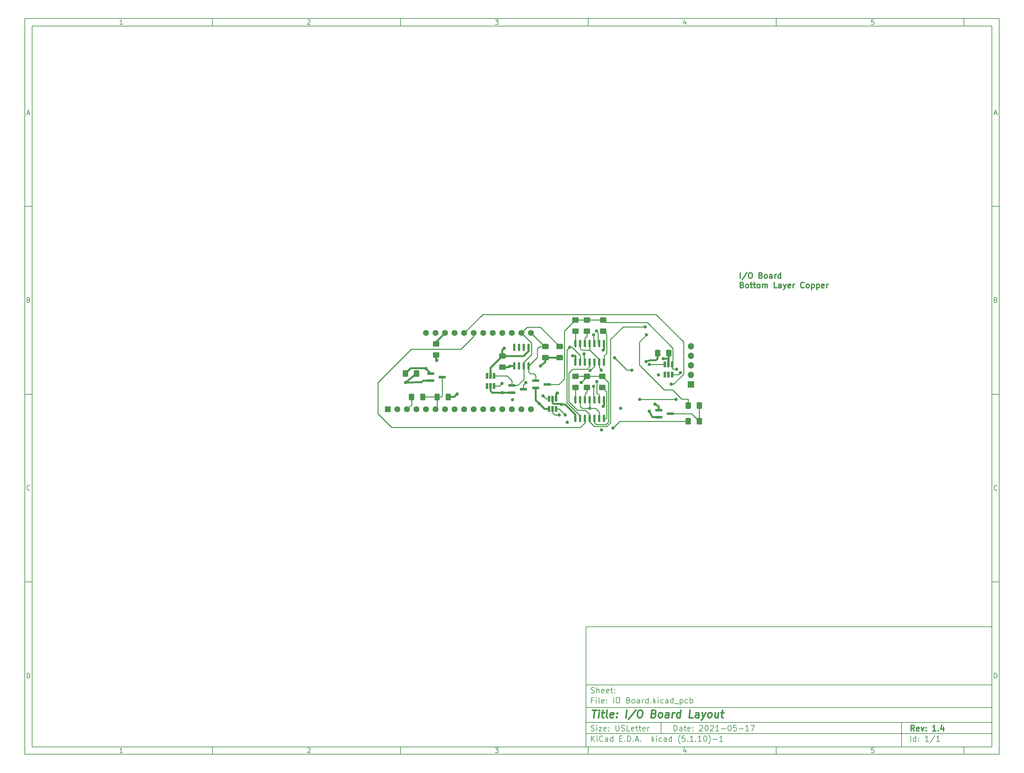
<source format=gbr>
G04 #@! TF.GenerationSoftware,KiCad,Pcbnew,(5.1.10)-1*
G04 #@! TF.CreationDate,2021-05-21T10:06:19-04:00*
G04 #@! TF.ProjectId,IO Board,494f2042-6f61-4726-942e-6b696361645f,1.4*
G04 #@! TF.SameCoordinates,Original*
G04 #@! TF.FileFunction,Copper,L4,Bot*
G04 #@! TF.FilePolarity,Positive*
%FSLAX46Y46*%
G04 Gerber Fmt 4.6, Leading zero omitted, Abs format (unit mm)*
G04 Created by KiCad (PCBNEW (5.1.10)-1) date 2021-05-21 10:06:19*
%MOMM*%
%LPD*%
G01*
G04 APERTURE LIST*
%ADD10C,0.100000*%
%ADD11C,0.150000*%
%ADD12C,0.300000*%
%ADD13C,0.400000*%
G04 #@! TA.AperFunction,NonConductor*
%ADD14C,0.300000*%
G04 #@! TD*
G04 #@! TA.AperFunction,ComponentPad*
%ADD15C,1.600000*%
G04 #@! TD*
G04 #@! TA.AperFunction,ComponentPad*
%ADD16R,1.600000X1.600000*%
G04 #@! TD*
G04 #@! TA.AperFunction,SMDPad,CuDef*
%ADD17R,1.900000X0.800000*%
G04 #@! TD*
G04 #@! TA.AperFunction,SMDPad,CuDef*
%ADD18R,0.650000X1.560000*%
G04 #@! TD*
G04 #@! TA.AperFunction,ComponentPad*
%ADD19R,1.700000X1.700000*%
G04 #@! TD*
G04 #@! TA.AperFunction,ComponentPad*
%ADD20O,1.700000X1.700000*%
G04 #@! TD*
G04 #@! TA.AperFunction,ViaPad*
%ADD21C,0.889000*%
G04 #@! TD*
G04 #@! TA.AperFunction,Conductor*
%ADD22C,0.508000*%
G04 #@! TD*
G04 #@! TA.AperFunction,Conductor*
%ADD23C,0.254000*%
G04 #@! TD*
G04 APERTURE END LIST*
D10*
D11*
X159400000Y-171900000D02*
X159400000Y-203900000D01*
X267400000Y-203900000D01*
X267400000Y-171900000D01*
X159400000Y-171900000D01*
D10*
D11*
X10000000Y-10000000D02*
X10000000Y-205900000D01*
X269400000Y-205900000D01*
X269400000Y-10000000D01*
X10000000Y-10000000D01*
D10*
D11*
X12000000Y-12000000D02*
X12000000Y-203900000D01*
X267400000Y-203900000D01*
X267400000Y-12000000D01*
X12000000Y-12000000D01*
D10*
D11*
X60000000Y-12000000D02*
X60000000Y-10000000D01*
D10*
D11*
X110000000Y-12000000D02*
X110000000Y-10000000D01*
D10*
D11*
X160000000Y-12000000D02*
X160000000Y-10000000D01*
D10*
D11*
X210000000Y-12000000D02*
X210000000Y-10000000D01*
D10*
D11*
X260000000Y-12000000D02*
X260000000Y-10000000D01*
D10*
D11*
X36065476Y-11588095D02*
X35322619Y-11588095D01*
X35694047Y-11588095D02*
X35694047Y-10288095D01*
X35570238Y-10473809D01*
X35446428Y-10597619D01*
X35322619Y-10659523D01*
D10*
D11*
X85322619Y-10411904D02*
X85384523Y-10350000D01*
X85508333Y-10288095D01*
X85817857Y-10288095D01*
X85941666Y-10350000D01*
X86003571Y-10411904D01*
X86065476Y-10535714D01*
X86065476Y-10659523D01*
X86003571Y-10845238D01*
X85260714Y-11588095D01*
X86065476Y-11588095D01*
D10*
D11*
X135260714Y-10288095D02*
X136065476Y-10288095D01*
X135632142Y-10783333D01*
X135817857Y-10783333D01*
X135941666Y-10845238D01*
X136003571Y-10907142D01*
X136065476Y-11030952D01*
X136065476Y-11340476D01*
X136003571Y-11464285D01*
X135941666Y-11526190D01*
X135817857Y-11588095D01*
X135446428Y-11588095D01*
X135322619Y-11526190D01*
X135260714Y-11464285D01*
D10*
D11*
X185941666Y-10721428D02*
X185941666Y-11588095D01*
X185632142Y-10226190D02*
X185322619Y-11154761D01*
X186127380Y-11154761D01*
D10*
D11*
X236003571Y-10288095D02*
X235384523Y-10288095D01*
X235322619Y-10907142D01*
X235384523Y-10845238D01*
X235508333Y-10783333D01*
X235817857Y-10783333D01*
X235941666Y-10845238D01*
X236003571Y-10907142D01*
X236065476Y-11030952D01*
X236065476Y-11340476D01*
X236003571Y-11464285D01*
X235941666Y-11526190D01*
X235817857Y-11588095D01*
X235508333Y-11588095D01*
X235384523Y-11526190D01*
X235322619Y-11464285D01*
D10*
D11*
X60000000Y-203900000D02*
X60000000Y-205900000D01*
D10*
D11*
X110000000Y-203900000D02*
X110000000Y-205900000D01*
D10*
D11*
X160000000Y-203900000D02*
X160000000Y-205900000D01*
D10*
D11*
X210000000Y-203900000D02*
X210000000Y-205900000D01*
D10*
D11*
X260000000Y-203900000D02*
X260000000Y-205900000D01*
D10*
D11*
X36065476Y-205488095D02*
X35322619Y-205488095D01*
X35694047Y-205488095D02*
X35694047Y-204188095D01*
X35570238Y-204373809D01*
X35446428Y-204497619D01*
X35322619Y-204559523D01*
D10*
D11*
X85322619Y-204311904D02*
X85384523Y-204250000D01*
X85508333Y-204188095D01*
X85817857Y-204188095D01*
X85941666Y-204250000D01*
X86003571Y-204311904D01*
X86065476Y-204435714D01*
X86065476Y-204559523D01*
X86003571Y-204745238D01*
X85260714Y-205488095D01*
X86065476Y-205488095D01*
D10*
D11*
X135260714Y-204188095D02*
X136065476Y-204188095D01*
X135632142Y-204683333D01*
X135817857Y-204683333D01*
X135941666Y-204745238D01*
X136003571Y-204807142D01*
X136065476Y-204930952D01*
X136065476Y-205240476D01*
X136003571Y-205364285D01*
X135941666Y-205426190D01*
X135817857Y-205488095D01*
X135446428Y-205488095D01*
X135322619Y-205426190D01*
X135260714Y-205364285D01*
D10*
D11*
X185941666Y-204621428D02*
X185941666Y-205488095D01*
X185632142Y-204126190D02*
X185322619Y-205054761D01*
X186127380Y-205054761D01*
D10*
D11*
X236003571Y-204188095D02*
X235384523Y-204188095D01*
X235322619Y-204807142D01*
X235384523Y-204745238D01*
X235508333Y-204683333D01*
X235817857Y-204683333D01*
X235941666Y-204745238D01*
X236003571Y-204807142D01*
X236065476Y-204930952D01*
X236065476Y-205240476D01*
X236003571Y-205364285D01*
X235941666Y-205426190D01*
X235817857Y-205488095D01*
X235508333Y-205488095D01*
X235384523Y-205426190D01*
X235322619Y-205364285D01*
D10*
D11*
X10000000Y-60000000D02*
X12000000Y-60000000D01*
D10*
D11*
X10000000Y-110000000D02*
X12000000Y-110000000D01*
D10*
D11*
X10000000Y-160000000D02*
X12000000Y-160000000D01*
D10*
D11*
X10690476Y-35216666D02*
X11309523Y-35216666D01*
X10566666Y-35588095D02*
X11000000Y-34288095D01*
X11433333Y-35588095D01*
D10*
D11*
X11092857Y-84907142D02*
X11278571Y-84969047D01*
X11340476Y-85030952D01*
X11402380Y-85154761D01*
X11402380Y-85340476D01*
X11340476Y-85464285D01*
X11278571Y-85526190D01*
X11154761Y-85588095D01*
X10659523Y-85588095D01*
X10659523Y-84288095D01*
X11092857Y-84288095D01*
X11216666Y-84350000D01*
X11278571Y-84411904D01*
X11340476Y-84535714D01*
X11340476Y-84659523D01*
X11278571Y-84783333D01*
X11216666Y-84845238D01*
X11092857Y-84907142D01*
X10659523Y-84907142D01*
D10*
D11*
X11402380Y-135464285D02*
X11340476Y-135526190D01*
X11154761Y-135588095D01*
X11030952Y-135588095D01*
X10845238Y-135526190D01*
X10721428Y-135402380D01*
X10659523Y-135278571D01*
X10597619Y-135030952D01*
X10597619Y-134845238D01*
X10659523Y-134597619D01*
X10721428Y-134473809D01*
X10845238Y-134350000D01*
X11030952Y-134288095D01*
X11154761Y-134288095D01*
X11340476Y-134350000D01*
X11402380Y-134411904D01*
D10*
D11*
X10659523Y-185588095D02*
X10659523Y-184288095D01*
X10969047Y-184288095D01*
X11154761Y-184350000D01*
X11278571Y-184473809D01*
X11340476Y-184597619D01*
X11402380Y-184845238D01*
X11402380Y-185030952D01*
X11340476Y-185278571D01*
X11278571Y-185402380D01*
X11154761Y-185526190D01*
X10969047Y-185588095D01*
X10659523Y-185588095D01*
D10*
D11*
X269400000Y-60000000D02*
X267400000Y-60000000D01*
D10*
D11*
X269400000Y-110000000D02*
X267400000Y-110000000D01*
D10*
D11*
X269400000Y-160000000D02*
X267400000Y-160000000D01*
D10*
D11*
X268090476Y-35216666D02*
X268709523Y-35216666D01*
X267966666Y-35588095D02*
X268400000Y-34288095D01*
X268833333Y-35588095D01*
D10*
D11*
X268492857Y-84907142D02*
X268678571Y-84969047D01*
X268740476Y-85030952D01*
X268802380Y-85154761D01*
X268802380Y-85340476D01*
X268740476Y-85464285D01*
X268678571Y-85526190D01*
X268554761Y-85588095D01*
X268059523Y-85588095D01*
X268059523Y-84288095D01*
X268492857Y-84288095D01*
X268616666Y-84350000D01*
X268678571Y-84411904D01*
X268740476Y-84535714D01*
X268740476Y-84659523D01*
X268678571Y-84783333D01*
X268616666Y-84845238D01*
X268492857Y-84907142D01*
X268059523Y-84907142D01*
D10*
D11*
X268802380Y-135464285D02*
X268740476Y-135526190D01*
X268554761Y-135588095D01*
X268430952Y-135588095D01*
X268245238Y-135526190D01*
X268121428Y-135402380D01*
X268059523Y-135278571D01*
X267997619Y-135030952D01*
X267997619Y-134845238D01*
X268059523Y-134597619D01*
X268121428Y-134473809D01*
X268245238Y-134350000D01*
X268430952Y-134288095D01*
X268554761Y-134288095D01*
X268740476Y-134350000D01*
X268802380Y-134411904D01*
D10*
D11*
X268059523Y-185588095D02*
X268059523Y-184288095D01*
X268369047Y-184288095D01*
X268554761Y-184350000D01*
X268678571Y-184473809D01*
X268740476Y-184597619D01*
X268802380Y-184845238D01*
X268802380Y-185030952D01*
X268740476Y-185278571D01*
X268678571Y-185402380D01*
X268554761Y-185526190D01*
X268369047Y-185588095D01*
X268059523Y-185588095D01*
D10*
D11*
X182832142Y-199678571D02*
X182832142Y-198178571D01*
X183189285Y-198178571D01*
X183403571Y-198250000D01*
X183546428Y-198392857D01*
X183617857Y-198535714D01*
X183689285Y-198821428D01*
X183689285Y-199035714D01*
X183617857Y-199321428D01*
X183546428Y-199464285D01*
X183403571Y-199607142D01*
X183189285Y-199678571D01*
X182832142Y-199678571D01*
X184975000Y-199678571D02*
X184975000Y-198892857D01*
X184903571Y-198750000D01*
X184760714Y-198678571D01*
X184475000Y-198678571D01*
X184332142Y-198750000D01*
X184975000Y-199607142D02*
X184832142Y-199678571D01*
X184475000Y-199678571D01*
X184332142Y-199607142D01*
X184260714Y-199464285D01*
X184260714Y-199321428D01*
X184332142Y-199178571D01*
X184475000Y-199107142D01*
X184832142Y-199107142D01*
X184975000Y-199035714D01*
X185475000Y-198678571D02*
X186046428Y-198678571D01*
X185689285Y-198178571D02*
X185689285Y-199464285D01*
X185760714Y-199607142D01*
X185903571Y-199678571D01*
X186046428Y-199678571D01*
X187117857Y-199607142D02*
X186975000Y-199678571D01*
X186689285Y-199678571D01*
X186546428Y-199607142D01*
X186475000Y-199464285D01*
X186475000Y-198892857D01*
X186546428Y-198750000D01*
X186689285Y-198678571D01*
X186975000Y-198678571D01*
X187117857Y-198750000D01*
X187189285Y-198892857D01*
X187189285Y-199035714D01*
X186475000Y-199178571D01*
X187832142Y-199535714D02*
X187903571Y-199607142D01*
X187832142Y-199678571D01*
X187760714Y-199607142D01*
X187832142Y-199535714D01*
X187832142Y-199678571D01*
X187832142Y-198750000D02*
X187903571Y-198821428D01*
X187832142Y-198892857D01*
X187760714Y-198821428D01*
X187832142Y-198750000D01*
X187832142Y-198892857D01*
X189617857Y-198321428D02*
X189689285Y-198250000D01*
X189832142Y-198178571D01*
X190189285Y-198178571D01*
X190332142Y-198250000D01*
X190403571Y-198321428D01*
X190475000Y-198464285D01*
X190475000Y-198607142D01*
X190403571Y-198821428D01*
X189546428Y-199678571D01*
X190475000Y-199678571D01*
X191403571Y-198178571D02*
X191546428Y-198178571D01*
X191689285Y-198250000D01*
X191760714Y-198321428D01*
X191832142Y-198464285D01*
X191903571Y-198750000D01*
X191903571Y-199107142D01*
X191832142Y-199392857D01*
X191760714Y-199535714D01*
X191689285Y-199607142D01*
X191546428Y-199678571D01*
X191403571Y-199678571D01*
X191260714Y-199607142D01*
X191189285Y-199535714D01*
X191117857Y-199392857D01*
X191046428Y-199107142D01*
X191046428Y-198750000D01*
X191117857Y-198464285D01*
X191189285Y-198321428D01*
X191260714Y-198250000D01*
X191403571Y-198178571D01*
X192475000Y-198321428D02*
X192546428Y-198250000D01*
X192689285Y-198178571D01*
X193046428Y-198178571D01*
X193189285Y-198250000D01*
X193260714Y-198321428D01*
X193332142Y-198464285D01*
X193332142Y-198607142D01*
X193260714Y-198821428D01*
X192403571Y-199678571D01*
X193332142Y-199678571D01*
X194760714Y-199678571D02*
X193903571Y-199678571D01*
X194332142Y-199678571D02*
X194332142Y-198178571D01*
X194189285Y-198392857D01*
X194046428Y-198535714D01*
X193903571Y-198607142D01*
X195403571Y-199107142D02*
X196546428Y-199107142D01*
X197546428Y-198178571D02*
X197689285Y-198178571D01*
X197832142Y-198250000D01*
X197903571Y-198321428D01*
X197975000Y-198464285D01*
X198046428Y-198750000D01*
X198046428Y-199107142D01*
X197975000Y-199392857D01*
X197903571Y-199535714D01*
X197832142Y-199607142D01*
X197689285Y-199678571D01*
X197546428Y-199678571D01*
X197403571Y-199607142D01*
X197332142Y-199535714D01*
X197260714Y-199392857D01*
X197189285Y-199107142D01*
X197189285Y-198750000D01*
X197260714Y-198464285D01*
X197332142Y-198321428D01*
X197403571Y-198250000D01*
X197546428Y-198178571D01*
X199403571Y-198178571D02*
X198689285Y-198178571D01*
X198617857Y-198892857D01*
X198689285Y-198821428D01*
X198832142Y-198750000D01*
X199189285Y-198750000D01*
X199332142Y-198821428D01*
X199403571Y-198892857D01*
X199475000Y-199035714D01*
X199475000Y-199392857D01*
X199403571Y-199535714D01*
X199332142Y-199607142D01*
X199189285Y-199678571D01*
X198832142Y-199678571D01*
X198689285Y-199607142D01*
X198617857Y-199535714D01*
X200117857Y-199107142D02*
X201260714Y-199107142D01*
X202760714Y-199678571D02*
X201903571Y-199678571D01*
X202332142Y-199678571D02*
X202332142Y-198178571D01*
X202189285Y-198392857D01*
X202046428Y-198535714D01*
X201903571Y-198607142D01*
X203260714Y-198178571D02*
X204260714Y-198178571D01*
X203617857Y-199678571D01*
D10*
D11*
X159400000Y-200400000D02*
X267400000Y-200400000D01*
D10*
D11*
X160832142Y-202478571D02*
X160832142Y-200978571D01*
X161689285Y-202478571D02*
X161046428Y-201621428D01*
X161689285Y-200978571D02*
X160832142Y-201835714D01*
X162332142Y-202478571D02*
X162332142Y-201478571D01*
X162332142Y-200978571D02*
X162260714Y-201050000D01*
X162332142Y-201121428D01*
X162403571Y-201050000D01*
X162332142Y-200978571D01*
X162332142Y-201121428D01*
X163903571Y-202335714D02*
X163832142Y-202407142D01*
X163617857Y-202478571D01*
X163475000Y-202478571D01*
X163260714Y-202407142D01*
X163117857Y-202264285D01*
X163046428Y-202121428D01*
X162975000Y-201835714D01*
X162975000Y-201621428D01*
X163046428Y-201335714D01*
X163117857Y-201192857D01*
X163260714Y-201050000D01*
X163475000Y-200978571D01*
X163617857Y-200978571D01*
X163832142Y-201050000D01*
X163903571Y-201121428D01*
X165189285Y-202478571D02*
X165189285Y-201692857D01*
X165117857Y-201550000D01*
X164975000Y-201478571D01*
X164689285Y-201478571D01*
X164546428Y-201550000D01*
X165189285Y-202407142D02*
X165046428Y-202478571D01*
X164689285Y-202478571D01*
X164546428Y-202407142D01*
X164475000Y-202264285D01*
X164475000Y-202121428D01*
X164546428Y-201978571D01*
X164689285Y-201907142D01*
X165046428Y-201907142D01*
X165189285Y-201835714D01*
X166546428Y-202478571D02*
X166546428Y-200978571D01*
X166546428Y-202407142D02*
X166403571Y-202478571D01*
X166117857Y-202478571D01*
X165975000Y-202407142D01*
X165903571Y-202335714D01*
X165832142Y-202192857D01*
X165832142Y-201764285D01*
X165903571Y-201621428D01*
X165975000Y-201550000D01*
X166117857Y-201478571D01*
X166403571Y-201478571D01*
X166546428Y-201550000D01*
X168403571Y-201692857D02*
X168903571Y-201692857D01*
X169117857Y-202478571D02*
X168403571Y-202478571D01*
X168403571Y-200978571D01*
X169117857Y-200978571D01*
X169760714Y-202335714D02*
X169832142Y-202407142D01*
X169760714Y-202478571D01*
X169689285Y-202407142D01*
X169760714Y-202335714D01*
X169760714Y-202478571D01*
X170475000Y-202478571D02*
X170475000Y-200978571D01*
X170832142Y-200978571D01*
X171046428Y-201050000D01*
X171189285Y-201192857D01*
X171260714Y-201335714D01*
X171332142Y-201621428D01*
X171332142Y-201835714D01*
X171260714Y-202121428D01*
X171189285Y-202264285D01*
X171046428Y-202407142D01*
X170832142Y-202478571D01*
X170475000Y-202478571D01*
X171975000Y-202335714D02*
X172046428Y-202407142D01*
X171975000Y-202478571D01*
X171903571Y-202407142D01*
X171975000Y-202335714D01*
X171975000Y-202478571D01*
X172617857Y-202050000D02*
X173332142Y-202050000D01*
X172475000Y-202478571D02*
X172975000Y-200978571D01*
X173475000Y-202478571D01*
X173975000Y-202335714D02*
X174046428Y-202407142D01*
X173975000Y-202478571D01*
X173903571Y-202407142D01*
X173975000Y-202335714D01*
X173975000Y-202478571D01*
X176975000Y-202478571D02*
X176975000Y-200978571D01*
X177117857Y-201907142D02*
X177546428Y-202478571D01*
X177546428Y-201478571D02*
X176975000Y-202050000D01*
X178189285Y-202478571D02*
X178189285Y-201478571D01*
X178189285Y-200978571D02*
X178117857Y-201050000D01*
X178189285Y-201121428D01*
X178260714Y-201050000D01*
X178189285Y-200978571D01*
X178189285Y-201121428D01*
X179546428Y-202407142D02*
X179403571Y-202478571D01*
X179117857Y-202478571D01*
X178975000Y-202407142D01*
X178903571Y-202335714D01*
X178832142Y-202192857D01*
X178832142Y-201764285D01*
X178903571Y-201621428D01*
X178975000Y-201550000D01*
X179117857Y-201478571D01*
X179403571Y-201478571D01*
X179546428Y-201550000D01*
X180832142Y-202478571D02*
X180832142Y-201692857D01*
X180760714Y-201550000D01*
X180617857Y-201478571D01*
X180332142Y-201478571D01*
X180189285Y-201550000D01*
X180832142Y-202407142D02*
X180689285Y-202478571D01*
X180332142Y-202478571D01*
X180189285Y-202407142D01*
X180117857Y-202264285D01*
X180117857Y-202121428D01*
X180189285Y-201978571D01*
X180332142Y-201907142D01*
X180689285Y-201907142D01*
X180832142Y-201835714D01*
X182189285Y-202478571D02*
X182189285Y-200978571D01*
X182189285Y-202407142D02*
X182046428Y-202478571D01*
X181760714Y-202478571D01*
X181617857Y-202407142D01*
X181546428Y-202335714D01*
X181475000Y-202192857D01*
X181475000Y-201764285D01*
X181546428Y-201621428D01*
X181617857Y-201550000D01*
X181760714Y-201478571D01*
X182046428Y-201478571D01*
X182189285Y-201550000D01*
X184475000Y-203050000D02*
X184403571Y-202978571D01*
X184260714Y-202764285D01*
X184189285Y-202621428D01*
X184117857Y-202407142D01*
X184046428Y-202050000D01*
X184046428Y-201764285D01*
X184117857Y-201407142D01*
X184189285Y-201192857D01*
X184260714Y-201050000D01*
X184403571Y-200835714D01*
X184475000Y-200764285D01*
X185760714Y-200978571D02*
X185046428Y-200978571D01*
X184975000Y-201692857D01*
X185046428Y-201621428D01*
X185189285Y-201550000D01*
X185546428Y-201550000D01*
X185689285Y-201621428D01*
X185760714Y-201692857D01*
X185832142Y-201835714D01*
X185832142Y-202192857D01*
X185760714Y-202335714D01*
X185689285Y-202407142D01*
X185546428Y-202478571D01*
X185189285Y-202478571D01*
X185046428Y-202407142D01*
X184975000Y-202335714D01*
X186475000Y-202335714D02*
X186546428Y-202407142D01*
X186475000Y-202478571D01*
X186403571Y-202407142D01*
X186475000Y-202335714D01*
X186475000Y-202478571D01*
X187975000Y-202478571D02*
X187117857Y-202478571D01*
X187546428Y-202478571D02*
X187546428Y-200978571D01*
X187403571Y-201192857D01*
X187260714Y-201335714D01*
X187117857Y-201407142D01*
X188617857Y-202335714D02*
X188689285Y-202407142D01*
X188617857Y-202478571D01*
X188546428Y-202407142D01*
X188617857Y-202335714D01*
X188617857Y-202478571D01*
X190117857Y-202478571D02*
X189260714Y-202478571D01*
X189689285Y-202478571D02*
X189689285Y-200978571D01*
X189546428Y-201192857D01*
X189403571Y-201335714D01*
X189260714Y-201407142D01*
X191046428Y-200978571D02*
X191189285Y-200978571D01*
X191332142Y-201050000D01*
X191403571Y-201121428D01*
X191475000Y-201264285D01*
X191546428Y-201550000D01*
X191546428Y-201907142D01*
X191475000Y-202192857D01*
X191403571Y-202335714D01*
X191332142Y-202407142D01*
X191189285Y-202478571D01*
X191046428Y-202478571D01*
X190903571Y-202407142D01*
X190832142Y-202335714D01*
X190760714Y-202192857D01*
X190689285Y-201907142D01*
X190689285Y-201550000D01*
X190760714Y-201264285D01*
X190832142Y-201121428D01*
X190903571Y-201050000D01*
X191046428Y-200978571D01*
X192046428Y-203050000D02*
X192117857Y-202978571D01*
X192260714Y-202764285D01*
X192332142Y-202621428D01*
X192403571Y-202407142D01*
X192475000Y-202050000D01*
X192475000Y-201764285D01*
X192403571Y-201407142D01*
X192332142Y-201192857D01*
X192260714Y-201050000D01*
X192117857Y-200835714D01*
X192046428Y-200764285D01*
X193189285Y-201907142D02*
X194332142Y-201907142D01*
X195832142Y-202478571D02*
X194975000Y-202478571D01*
X195403571Y-202478571D02*
X195403571Y-200978571D01*
X195260714Y-201192857D01*
X195117857Y-201335714D01*
X194975000Y-201407142D01*
D10*
D11*
X159400000Y-197400000D02*
X267400000Y-197400000D01*
D10*
D12*
X246809285Y-199678571D02*
X246309285Y-198964285D01*
X245952142Y-199678571D02*
X245952142Y-198178571D01*
X246523571Y-198178571D01*
X246666428Y-198250000D01*
X246737857Y-198321428D01*
X246809285Y-198464285D01*
X246809285Y-198678571D01*
X246737857Y-198821428D01*
X246666428Y-198892857D01*
X246523571Y-198964285D01*
X245952142Y-198964285D01*
X248023571Y-199607142D02*
X247880714Y-199678571D01*
X247595000Y-199678571D01*
X247452142Y-199607142D01*
X247380714Y-199464285D01*
X247380714Y-198892857D01*
X247452142Y-198750000D01*
X247595000Y-198678571D01*
X247880714Y-198678571D01*
X248023571Y-198750000D01*
X248095000Y-198892857D01*
X248095000Y-199035714D01*
X247380714Y-199178571D01*
X248595000Y-198678571D02*
X248952142Y-199678571D01*
X249309285Y-198678571D01*
X249880714Y-199535714D02*
X249952142Y-199607142D01*
X249880714Y-199678571D01*
X249809285Y-199607142D01*
X249880714Y-199535714D01*
X249880714Y-199678571D01*
X249880714Y-198750000D02*
X249952142Y-198821428D01*
X249880714Y-198892857D01*
X249809285Y-198821428D01*
X249880714Y-198750000D01*
X249880714Y-198892857D01*
X252523571Y-199678571D02*
X251666428Y-199678571D01*
X252095000Y-199678571D02*
X252095000Y-198178571D01*
X251952142Y-198392857D01*
X251809285Y-198535714D01*
X251666428Y-198607142D01*
X253166428Y-199535714D02*
X253237857Y-199607142D01*
X253166428Y-199678571D01*
X253095000Y-199607142D01*
X253166428Y-199535714D01*
X253166428Y-199678571D01*
X254523571Y-198678571D02*
X254523571Y-199678571D01*
X254166428Y-198107142D02*
X253809285Y-199178571D01*
X254737857Y-199178571D01*
D10*
D11*
X160760714Y-199607142D02*
X160975000Y-199678571D01*
X161332142Y-199678571D01*
X161475000Y-199607142D01*
X161546428Y-199535714D01*
X161617857Y-199392857D01*
X161617857Y-199250000D01*
X161546428Y-199107142D01*
X161475000Y-199035714D01*
X161332142Y-198964285D01*
X161046428Y-198892857D01*
X160903571Y-198821428D01*
X160832142Y-198750000D01*
X160760714Y-198607142D01*
X160760714Y-198464285D01*
X160832142Y-198321428D01*
X160903571Y-198250000D01*
X161046428Y-198178571D01*
X161403571Y-198178571D01*
X161617857Y-198250000D01*
X162260714Y-199678571D02*
X162260714Y-198678571D01*
X162260714Y-198178571D02*
X162189285Y-198250000D01*
X162260714Y-198321428D01*
X162332142Y-198250000D01*
X162260714Y-198178571D01*
X162260714Y-198321428D01*
X162832142Y-198678571D02*
X163617857Y-198678571D01*
X162832142Y-199678571D01*
X163617857Y-199678571D01*
X164760714Y-199607142D02*
X164617857Y-199678571D01*
X164332142Y-199678571D01*
X164189285Y-199607142D01*
X164117857Y-199464285D01*
X164117857Y-198892857D01*
X164189285Y-198750000D01*
X164332142Y-198678571D01*
X164617857Y-198678571D01*
X164760714Y-198750000D01*
X164832142Y-198892857D01*
X164832142Y-199035714D01*
X164117857Y-199178571D01*
X165475000Y-199535714D02*
X165546428Y-199607142D01*
X165475000Y-199678571D01*
X165403571Y-199607142D01*
X165475000Y-199535714D01*
X165475000Y-199678571D01*
X165475000Y-198750000D02*
X165546428Y-198821428D01*
X165475000Y-198892857D01*
X165403571Y-198821428D01*
X165475000Y-198750000D01*
X165475000Y-198892857D01*
X167332142Y-198178571D02*
X167332142Y-199392857D01*
X167403571Y-199535714D01*
X167475000Y-199607142D01*
X167617857Y-199678571D01*
X167903571Y-199678571D01*
X168046428Y-199607142D01*
X168117857Y-199535714D01*
X168189285Y-199392857D01*
X168189285Y-198178571D01*
X168832142Y-199607142D02*
X169046428Y-199678571D01*
X169403571Y-199678571D01*
X169546428Y-199607142D01*
X169617857Y-199535714D01*
X169689285Y-199392857D01*
X169689285Y-199250000D01*
X169617857Y-199107142D01*
X169546428Y-199035714D01*
X169403571Y-198964285D01*
X169117857Y-198892857D01*
X168975000Y-198821428D01*
X168903571Y-198750000D01*
X168832142Y-198607142D01*
X168832142Y-198464285D01*
X168903571Y-198321428D01*
X168975000Y-198250000D01*
X169117857Y-198178571D01*
X169475000Y-198178571D01*
X169689285Y-198250000D01*
X171046428Y-199678571D02*
X170332142Y-199678571D01*
X170332142Y-198178571D01*
X172117857Y-199607142D02*
X171975000Y-199678571D01*
X171689285Y-199678571D01*
X171546428Y-199607142D01*
X171475000Y-199464285D01*
X171475000Y-198892857D01*
X171546428Y-198750000D01*
X171689285Y-198678571D01*
X171975000Y-198678571D01*
X172117857Y-198750000D01*
X172189285Y-198892857D01*
X172189285Y-199035714D01*
X171475000Y-199178571D01*
X172617857Y-198678571D02*
X173189285Y-198678571D01*
X172832142Y-198178571D02*
X172832142Y-199464285D01*
X172903571Y-199607142D01*
X173046428Y-199678571D01*
X173189285Y-199678571D01*
X173475000Y-198678571D02*
X174046428Y-198678571D01*
X173689285Y-198178571D02*
X173689285Y-199464285D01*
X173760714Y-199607142D01*
X173903571Y-199678571D01*
X174046428Y-199678571D01*
X175117857Y-199607142D02*
X174975000Y-199678571D01*
X174689285Y-199678571D01*
X174546428Y-199607142D01*
X174475000Y-199464285D01*
X174475000Y-198892857D01*
X174546428Y-198750000D01*
X174689285Y-198678571D01*
X174975000Y-198678571D01*
X175117857Y-198750000D01*
X175189285Y-198892857D01*
X175189285Y-199035714D01*
X174475000Y-199178571D01*
X175832142Y-199678571D02*
X175832142Y-198678571D01*
X175832142Y-198964285D02*
X175903571Y-198821428D01*
X175975000Y-198750000D01*
X176117857Y-198678571D01*
X176260714Y-198678571D01*
D10*
D11*
X245832142Y-202478571D02*
X245832142Y-200978571D01*
X247189285Y-202478571D02*
X247189285Y-200978571D01*
X247189285Y-202407142D02*
X247046428Y-202478571D01*
X246760714Y-202478571D01*
X246617857Y-202407142D01*
X246546428Y-202335714D01*
X246475000Y-202192857D01*
X246475000Y-201764285D01*
X246546428Y-201621428D01*
X246617857Y-201550000D01*
X246760714Y-201478571D01*
X247046428Y-201478571D01*
X247189285Y-201550000D01*
X247903571Y-202335714D02*
X247975000Y-202407142D01*
X247903571Y-202478571D01*
X247832142Y-202407142D01*
X247903571Y-202335714D01*
X247903571Y-202478571D01*
X247903571Y-201550000D02*
X247975000Y-201621428D01*
X247903571Y-201692857D01*
X247832142Y-201621428D01*
X247903571Y-201550000D01*
X247903571Y-201692857D01*
X250546428Y-202478571D02*
X249689285Y-202478571D01*
X250117857Y-202478571D02*
X250117857Y-200978571D01*
X249975000Y-201192857D01*
X249832142Y-201335714D01*
X249689285Y-201407142D01*
X252260714Y-200907142D02*
X250975000Y-202835714D01*
X253546428Y-202478571D02*
X252689285Y-202478571D01*
X253117857Y-202478571D02*
X253117857Y-200978571D01*
X252975000Y-201192857D01*
X252832142Y-201335714D01*
X252689285Y-201407142D01*
D10*
D11*
X159400000Y-193400000D02*
X267400000Y-193400000D01*
D10*
D13*
X161112380Y-194104761D02*
X162255238Y-194104761D01*
X161433809Y-196104761D02*
X161683809Y-194104761D01*
X162671904Y-196104761D02*
X162838571Y-194771428D01*
X162921904Y-194104761D02*
X162814761Y-194200000D01*
X162898095Y-194295238D01*
X163005238Y-194200000D01*
X162921904Y-194104761D01*
X162898095Y-194295238D01*
X163505238Y-194771428D02*
X164267142Y-194771428D01*
X163874285Y-194104761D02*
X163660000Y-195819047D01*
X163731428Y-196009523D01*
X163910000Y-196104761D01*
X164100476Y-196104761D01*
X165052857Y-196104761D02*
X164874285Y-196009523D01*
X164802857Y-195819047D01*
X165017142Y-194104761D01*
X166588571Y-196009523D02*
X166386190Y-196104761D01*
X166005238Y-196104761D01*
X165826666Y-196009523D01*
X165755238Y-195819047D01*
X165850476Y-195057142D01*
X165969523Y-194866666D01*
X166171904Y-194771428D01*
X166552857Y-194771428D01*
X166731428Y-194866666D01*
X166802857Y-195057142D01*
X166779047Y-195247619D01*
X165802857Y-195438095D01*
X167552857Y-195914285D02*
X167636190Y-196009523D01*
X167529047Y-196104761D01*
X167445714Y-196009523D01*
X167552857Y-195914285D01*
X167529047Y-196104761D01*
X167683809Y-194866666D02*
X167767142Y-194961904D01*
X167660000Y-195057142D01*
X167576666Y-194961904D01*
X167683809Y-194866666D01*
X167660000Y-195057142D01*
X170005238Y-196104761D02*
X170255238Y-194104761D01*
X172648095Y-194009523D02*
X170612380Y-196580952D01*
X173683809Y-194104761D02*
X174064761Y-194104761D01*
X174243333Y-194200000D01*
X174410000Y-194390476D01*
X174457619Y-194771428D01*
X174374285Y-195438095D01*
X174231428Y-195819047D01*
X174017142Y-196009523D01*
X173814761Y-196104761D01*
X173433809Y-196104761D01*
X173255238Y-196009523D01*
X173088571Y-195819047D01*
X173040952Y-195438095D01*
X173124285Y-194771428D01*
X173267142Y-194390476D01*
X173481428Y-194200000D01*
X173683809Y-194104761D01*
X177469523Y-195057142D02*
X177743333Y-195152380D01*
X177826666Y-195247619D01*
X177898095Y-195438095D01*
X177862380Y-195723809D01*
X177743333Y-195914285D01*
X177636190Y-196009523D01*
X177433809Y-196104761D01*
X176671904Y-196104761D01*
X176921904Y-194104761D01*
X177588571Y-194104761D01*
X177767142Y-194200000D01*
X177850476Y-194295238D01*
X177921904Y-194485714D01*
X177898095Y-194676190D01*
X177779047Y-194866666D01*
X177671904Y-194961904D01*
X177469523Y-195057142D01*
X176802857Y-195057142D01*
X178957619Y-196104761D02*
X178779047Y-196009523D01*
X178695714Y-195914285D01*
X178624285Y-195723809D01*
X178695714Y-195152380D01*
X178814761Y-194961904D01*
X178921904Y-194866666D01*
X179124285Y-194771428D01*
X179410000Y-194771428D01*
X179588571Y-194866666D01*
X179671904Y-194961904D01*
X179743333Y-195152380D01*
X179671904Y-195723809D01*
X179552857Y-195914285D01*
X179445714Y-196009523D01*
X179243333Y-196104761D01*
X178957619Y-196104761D01*
X181338571Y-196104761D02*
X181469523Y-195057142D01*
X181398095Y-194866666D01*
X181219523Y-194771428D01*
X180838571Y-194771428D01*
X180636190Y-194866666D01*
X181350476Y-196009523D02*
X181148095Y-196104761D01*
X180671904Y-196104761D01*
X180493333Y-196009523D01*
X180421904Y-195819047D01*
X180445714Y-195628571D01*
X180564761Y-195438095D01*
X180767142Y-195342857D01*
X181243333Y-195342857D01*
X181445714Y-195247619D01*
X182290952Y-196104761D02*
X182457619Y-194771428D01*
X182410000Y-195152380D02*
X182529047Y-194961904D01*
X182636190Y-194866666D01*
X182838571Y-194771428D01*
X183029047Y-194771428D01*
X184386190Y-196104761D02*
X184636190Y-194104761D01*
X184398095Y-196009523D02*
X184195714Y-196104761D01*
X183814761Y-196104761D01*
X183636190Y-196009523D01*
X183552857Y-195914285D01*
X183481428Y-195723809D01*
X183552857Y-195152380D01*
X183671904Y-194961904D01*
X183779047Y-194866666D01*
X183981428Y-194771428D01*
X184362380Y-194771428D01*
X184540952Y-194866666D01*
X187814761Y-196104761D02*
X186862380Y-196104761D01*
X187112380Y-194104761D01*
X189338571Y-196104761D02*
X189469523Y-195057142D01*
X189398095Y-194866666D01*
X189219523Y-194771428D01*
X188838571Y-194771428D01*
X188636190Y-194866666D01*
X189350476Y-196009523D02*
X189148095Y-196104761D01*
X188671904Y-196104761D01*
X188493333Y-196009523D01*
X188421904Y-195819047D01*
X188445714Y-195628571D01*
X188564761Y-195438095D01*
X188767142Y-195342857D01*
X189243333Y-195342857D01*
X189445714Y-195247619D01*
X190267142Y-194771428D02*
X190576666Y-196104761D01*
X191219523Y-194771428D02*
X190576666Y-196104761D01*
X190326666Y-196580952D01*
X190219523Y-196676190D01*
X190017142Y-196771428D01*
X192100476Y-196104761D02*
X191921904Y-196009523D01*
X191838571Y-195914285D01*
X191767142Y-195723809D01*
X191838571Y-195152380D01*
X191957619Y-194961904D01*
X192064761Y-194866666D01*
X192267142Y-194771428D01*
X192552857Y-194771428D01*
X192731428Y-194866666D01*
X192814761Y-194961904D01*
X192886190Y-195152380D01*
X192814761Y-195723809D01*
X192695714Y-195914285D01*
X192588571Y-196009523D01*
X192386190Y-196104761D01*
X192100476Y-196104761D01*
X194648095Y-194771428D02*
X194481428Y-196104761D01*
X193790952Y-194771428D02*
X193660000Y-195819047D01*
X193731428Y-196009523D01*
X193910000Y-196104761D01*
X194195714Y-196104761D01*
X194398095Y-196009523D01*
X194505238Y-195914285D01*
X195314761Y-194771428D02*
X196076666Y-194771428D01*
X195683809Y-194104761D02*
X195469523Y-195819047D01*
X195540952Y-196009523D01*
X195719523Y-196104761D01*
X195910000Y-196104761D01*
D10*
D11*
X161332142Y-191492857D02*
X160832142Y-191492857D01*
X160832142Y-192278571D02*
X160832142Y-190778571D01*
X161546428Y-190778571D01*
X162117857Y-192278571D02*
X162117857Y-191278571D01*
X162117857Y-190778571D02*
X162046428Y-190850000D01*
X162117857Y-190921428D01*
X162189285Y-190850000D01*
X162117857Y-190778571D01*
X162117857Y-190921428D01*
X163046428Y-192278571D02*
X162903571Y-192207142D01*
X162832142Y-192064285D01*
X162832142Y-190778571D01*
X164189285Y-192207142D02*
X164046428Y-192278571D01*
X163760714Y-192278571D01*
X163617857Y-192207142D01*
X163546428Y-192064285D01*
X163546428Y-191492857D01*
X163617857Y-191350000D01*
X163760714Y-191278571D01*
X164046428Y-191278571D01*
X164189285Y-191350000D01*
X164260714Y-191492857D01*
X164260714Y-191635714D01*
X163546428Y-191778571D01*
X164903571Y-192135714D02*
X164975000Y-192207142D01*
X164903571Y-192278571D01*
X164832142Y-192207142D01*
X164903571Y-192135714D01*
X164903571Y-192278571D01*
X164903571Y-191350000D02*
X164975000Y-191421428D01*
X164903571Y-191492857D01*
X164832142Y-191421428D01*
X164903571Y-191350000D01*
X164903571Y-191492857D01*
X166760714Y-192278571D02*
X166760714Y-190778571D01*
X167760714Y-190778571D02*
X168046428Y-190778571D01*
X168189285Y-190850000D01*
X168332142Y-190992857D01*
X168403571Y-191278571D01*
X168403571Y-191778571D01*
X168332142Y-192064285D01*
X168189285Y-192207142D01*
X168046428Y-192278571D01*
X167760714Y-192278571D01*
X167617857Y-192207142D01*
X167475000Y-192064285D01*
X167403571Y-191778571D01*
X167403571Y-191278571D01*
X167475000Y-190992857D01*
X167617857Y-190850000D01*
X167760714Y-190778571D01*
X170689285Y-191492857D02*
X170903571Y-191564285D01*
X170975000Y-191635714D01*
X171046428Y-191778571D01*
X171046428Y-191992857D01*
X170975000Y-192135714D01*
X170903571Y-192207142D01*
X170760714Y-192278571D01*
X170189285Y-192278571D01*
X170189285Y-190778571D01*
X170689285Y-190778571D01*
X170832142Y-190850000D01*
X170903571Y-190921428D01*
X170975000Y-191064285D01*
X170975000Y-191207142D01*
X170903571Y-191350000D01*
X170832142Y-191421428D01*
X170689285Y-191492857D01*
X170189285Y-191492857D01*
X171903571Y-192278571D02*
X171760714Y-192207142D01*
X171689285Y-192135714D01*
X171617857Y-191992857D01*
X171617857Y-191564285D01*
X171689285Y-191421428D01*
X171760714Y-191350000D01*
X171903571Y-191278571D01*
X172117857Y-191278571D01*
X172260714Y-191350000D01*
X172332142Y-191421428D01*
X172403571Y-191564285D01*
X172403571Y-191992857D01*
X172332142Y-192135714D01*
X172260714Y-192207142D01*
X172117857Y-192278571D01*
X171903571Y-192278571D01*
X173689285Y-192278571D02*
X173689285Y-191492857D01*
X173617857Y-191350000D01*
X173475000Y-191278571D01*
X173189285Y-191278571D01*
X173046428Y-191350000D01*
X173689285Y-192207142D02*
X173546428Y-192278571D01*
X173189285Y-192278571D01*
X173046428Y-192207142D01*
X172975000Y-192064285D01*
X172975000Y-191921428D01*
X173046428Y-191778571D01*
X173189285Y-191707142D01*
X173546428Y-191707142D01*
X173689285Y-191635714D01*
X174403571Y-192278571D02*
X174403571Y-191278571D01*
X174403571Y-191564285D02*
X174475000Y-191421428D01*
X174546428Y-191350000D01*
X174689285Y-191278571D01*
X174832142Y-191278571D01*
X175975000Y-192278571D02*
X175975000Y-190778571D01*
X175975000Y-192207142D02*
X175832142Y-192278571D01*
X175546428Y-192278571D01*
X175403571Y-192207142D01*
X175332142Y-192135714D01*
X175260714Y-191992857D01*
X175260714Y-191564285D01*
X175332142Y-191421428D01*
X175403571Y-191350000D01*
X175546428Y-191278571D01*
X175832142Y-191278571D01*
X175975000Y-191350000D01*
X176689285Y-192135714D02*
X176760714Y-192207142D01*
X176689285Y-192278571D01*
X176617857Y-192207142D01*
X176689285Y-192135714D01*
X176689285Y-192278571D01*
X177403571Y-192278571D02*
X177403571Y-190778571D01*
X177546428Y-191707142D02*
X177975000Y-192278571D01*
X177975000Y-191278571D02*
X177403571Y-191850000D01*
X178617857Y-192278571D02*
X178617857Y-191278571D01*
X178617857Y-190778571D02*
X178546428Y-190850000D01*
X178617857Y-190921428D01*
X178689285Y-190850000D01*
X178617857Y-190778571D01*
X178617857Y-190921428D01*
X179975000Y-192207142D02*
X179832142Y-192278571D01*
X179546428Y-192278571D01*
X179403571Y-192207142D01*
X179332142Y-192135714D01*
X179260714Y-191992857D01*
X179260714Y-191564285D01*
X179332142Y-191421428D01*
X179403571Y-191350000D01*
X179546428Y-191278571D01*
X179832142Y-191278571D01*
X179975000Y-191350000D01*
X181260714Y-192278571D02*
X181260714Y-191492857D01*
X181189285Y-191350000D01*
X181046428Y-191278571D01*
X180760714Y-191278571D01*
X180617857Y-191350000D01*
X181260714Y-192207142D02*
X181117857Y-192278571D01*
X180760714Y-192278571D01*
X180617857Y-192207142D01*
X180546428Y-192064285D01*
X180546428Y-191921428D01*
X180617857Y-191778571D01*
X180760714Y-191707142D01*
X181117857Y-191707142D01*
X181260714Y-191635714D01*
X182617857Y-192278571D02*
X182617857Y-190778571D01*
X182617857Y-192207142D02*
X182475000Y-192278571D01*
X182189285Y-192278571D01*
X182046428Y-192207142D01*
X181975000Y-192135714D01*
X181903571Y-191992857D01*
X181903571Y-191564285D01*
X181975000Y-191421428D01*
X182046428Y-191350000D01*
X182189285Y-191278571D01*
X182475000Y-191278571D01*
X182617857Y-191350000D01*
X182975000Y-192421428D02*
X184117857Y-192421428D01*
X184475000Y-191278571D02*
X184475000Y-192778571D01*
X184475000Y-191350000D02*
X184617857Y-191278571D01*
X184903571Y-191278571D01*
X185046428Y-191350000D01*
X185117857Y-191421428D01*
X185189285Y-191564285D01*
X185189285Y-191992857D01*
X185117857Y-192135714D01*
X185046428Y-192207142D01*
X184903571Y-192278571D01*
X184617857Y-192278571D01*
X184475000Y-192207142D01*
X186475000Y-192207142D02*
X186332142Y-192278571D01*
X186046428Y-192278571D01*
X185903571Y-192207142D01*
X185832142Y-192135714D01*
X185760714Y-191992857D01*
X185760714Y-191564285D01*
X185832142Y-191421428D01*
X185903571Y-191350000D01*
X186046428Y-191278571D01*
X186332142Y-191278571D01*
X186475000Y-191350000D01*
X187117857Y-192278571D02*
X187117857Y-190778571D01*
X187117857Y-191350000D02*
X187260714Y-191278571D01*
X187546428Y-191278571D01*
X187689285Y-191350000D01*
X187760714Y-191421428D01*
X187832142Y-191564285D01*
X187832142Y-191992857D01*
X187760714Y-192135714D01*
X187689285Y-192207142D01*
X187546428Y-192278571D01*
X187260714Y-192278571D01*
X187117857Y-192207142D01*
D10*
D11*
X159400000Y-187400000D02*
X267400000Y-187400000D01*
D10*
D11*
X160760714Y-189507142D02*
X160975000Y-189578571D01*
X161332142Y-189578571D01*
X161475000Y-189507142D01*
X161546428Y-189435714D01*
X161617857Y-189292857D01*
X161617857Y-189150000D01*
X161546428Y-189007142D01*
X161475000Y-188935714D01*
X161332142Y-188864285D01*
X161046428Y-188792857D01*
X160903571Y-188721428D01*
X160832142Y-188650000D01*
X160760714Y-188507142D01*
X160760714Y-188364285D01*
X160832142Y-188221428D01*
X160903571Y-188150000D01*
X161046428Y-188078571D01*
X161403571Y-188078571D01*
X161617857Y-188150000D01*
X162260714Y-189578571D02*
X162260714Y-188078571D01*
X162903571Y-189578571D02*
X162903571Y-188792857D01*
X162832142Y-188650000D01*
X162689285Y-188578571D01*
X162475000Y-188578571D01*
X162332142Y-188650000D01*
X162260714Y-188721428D01*
X164189285Y-189507142D02*
X164046428Y-189578571D01*
X163760714Y-189578571D01*
X163617857Y-189507142D01*
X163546428Y-189364285D01*
X163546428Y-188792857D01*
X163617857Y-188650000D01*
X163760714Y-188578571D01*
X164046428Y-188578571D01*
X164189285Y-188650000D01*
X164260714Y-188792857D01*
X164260714Y-188935714D01*
X163546428Y-189078571D01*
X165475000Y-189507142D02*
X165332142Y-189578571D01*
X165046428Y-189578571D01*
X164903571Y-189507142D01*
X164832142Y-189364285D01*
X164832142Y-188792857D01*
X164903571Y-188650000D01*
X165046428Y-188578571D01*
X165332142Y-188578571D01*
X165475000Y-188650000D01*
X165546428Y-188792857D01*
X165546428Y-188935714D01*
X164832142Y-189078571D01*
X165975000Y-188578571D02*
X166546428Y-188578571D01*
X166189285Y-188078571D02*
X166189285Y-189364285D01*
X166260714Y-189507142D01*
X166403571Y-189578571D01*
X166546428Y-189578571D01*
X167046428Y-189435714D02*
X167117857Y-189507142D01*
X167046428Y-189578571D01*
X166975000Y-189507142D01*
X167046428Y-189435714D01*
X167046428Y-189578571D01*
X167046428Y-188650000D02*
X167117857Y-188721428D01*
X167046428Y-188792857D01*
X166975000Y-188721428D01*
X167046428Y-188650000D01*
X167046428Y-188792857D01*
D10*
D11*
X179400000Y-197400000D02*
X179400000Y-200400000D01*
D10*
D11*
X243400000Y-197400000D02*
X243400000Y-203900000D01*
D14*
X200450142Y-79159571D02*
X200450142Y-77659571D01*
X202235857Y-77588142D02*
X200950142Y-79516714D01*
X203021571Y-77659571D02*
X203307285Y-77659571D01*
X203450142Y-77731000D01*
X203593000Y-77873857D01*
X203664428Y-78159571D01*
X203664428Y-78659571D01*
X203593000Y-78945285D01*
X203450142Y-79088142D01*
X203307285Y-79159571D01*
X203021571Y-79159571D01*
X202878714Y-79088142D01*
X202735857Y-78945285D01*
X202664428Y-78659571D01*
X202664428Y-78159571D01*
X202735857Y-77873857D01*
X202878714Y-77731000D01*
X203021571Y-77659571D01*
X205950142Y-78373857D02*
X206164428Y-78445285D01*
X206235857Y-78516714D01*
X206307285Y-78659571D01*
X206307285Y-78873857D01*
X206235857Y-79016714D01*
X206164428Y-79088142D01*
X206021571Y-79159571D01*
X205450142Y-79159571D01*
X205450142Y-77659571D01*
X205950142Y-77659571D01*
X206093000Y-77731000D01*
X206164428Y-77802428D01*
X206235857Y-77945285D01*
X206235857Y-78088142D01*
X206164428Y-78231000D01*
X206093000Y-78302428D01*
X205950142Y-78373857D01*
X205450142Y-78373857D01*
X207164428Y-79159571D02*
X207021571Y-79088142D01*
X206950142Y-79016714D01*
X206878714Y-78873857D01*
X206878714Y-78445285D01*
X206950142Y-78302428D01*
X207021571Y-78231000D01*
X207164428Y-78159571D01*
X207378714Y-78159571D01*
X207521571Y-78231000D01*
X207593000Y-78302428D01*
X207664428Y-78445285D01*
X207664428Y-78873857D01*
X207593000Y-79016714D01*
X207521571Y-79088142D01*
X207378714Y-79159571D01*
X207164428Y-79159571D01*
X208950142Y-79159571D02*
X208950142Y-78373857D01*
X208878714Y-78231000D01*
X208735857Y-78159571D01*
X208450142Y-78159571D01*
X208307285Y-78231000D01*
X208950142Y-79088142D02*
X208807285Y-79159571D01*
X208450142Y-79159571D01*
X208307285Y-79088142D01*
X208235857Y-78945285D01*
X208235857Y-78802428D01*
X208307285Y-78659571D01*
X208450142Y-78588142D01*
X208807285Y-78588142D01*
X208950142Y-78516714D01*
X209664428Y-79159571D02*
X209664428Y-78159571D01*
X209664428Y-78445285D02*
X209735857Y-78302428D01*
X209807285Y-78231000D01*
X209950142Y-78159571D01*
X210093000Y-78159571D01*
X211235857Y-79159571D02*
X211235857Y-77659571D01*
X211235857Y-79088142D02*
X211093000Y-79159571D01*
X210807285Y-79159571D01*
X210664428Y-79088142D01*
X210593000Y-79016714D01*
X210521571Y-78873857D01*
X210521571Y-78445285D01*
X210593000Y-78302428D01*
X210664428Y-78231000D01*
X210807285Y-78159571D01*
X211093000Y-78159571D01*
X211235857Y-78231000D01*
X200950142Y-80923857D02*
X201164428Y-80995285D01*
X201235857Y-81066714D01*
X201307285Y-81209571D01*
X201307285Y-81423857D01*
X201235857Y-81566714D01*
X201164428Y-81638142D01*
X201021571Y-81709571D01*
X200450142Y-81709571D01*
X200450142Y-80209571D01*
X200950142Y-80209571D01*
X201093000Y-80281000D01*
X201164428Y-80352428D01*
X201235857Y-80495285D01*
X201235857Y-80638142D01*
X201164428Y-80781000D01*
X201093000Y-80852428D01*
X200950142Y-80923857D01*
X200450142Y-80923857D01*
X202164428Y-81709571D02*
X202021571Y-81638142D01*
X201950142Y-81566714D01*
X201878714Y-81423857D01*
X201878714Y-80995285D01*
X201950142Y-80852428D01*
X202021571Y-80781000D01*
X202164428Y-80709571D01*
X202378714Y-80709571D01*
X202521571Y-80781000D01*
X202593000Y-80852428D01*
X202664428Y-80995285D01*
X202664428Y-81423857D01*
X202593000Y-81566714D01*
X202521571Y-81638142D01*
X202378714Y-81709571D01*
X202164428Y-81709571D01*
X203093000Y-80709571D02*
X203664428Y-80709571D01*
X203307285Y-80209571D02*
X203307285Y-81495285D01*
X203378714Y-81638142D01*
X203521571Y-81709571D01*
X203664428Y-81709571D01*
X203950142Y-80709571D02*
X204521571Y-80709571D01*
X204164428Y-80209571D02*
X204164428Y-81495285D01*
X204235857Y-81638142D01*
X204378714Y-81709571D01*
X204521571Y-81709571D01*
X205235857Y-81709571D02*
X205093000Y-81638142D01*
X205021571Y-81566714D01*
X204950142Y-81423857D01*
X204950142Y-80995285D01*
X205021571Y-80852428D01*
X205093000Y-80781000D01*
X205235857Y-80709571D01*
X205450142Y-80709571D01*
X205593000Y-80781000D01*
X205664428Y-80852428D01*
X205735857Y-80995285D01*
X205735857Y-81423857D01*
X205664428Y-81566714D01*
X205593000Y-81638142D01*
X205450142Y-81709571D01*
X205235857Y-81709571D01*
X206378714Y-81709571D02*
X206378714Y-80709571D01*
X206378714Y-80852428D02*
X206450142Y-80781000D01*
X206593000Y-80709571D01*
X206807285Y-80709571D01*
X206950142Y-80781000D01*
X207021571Y-80923857D01*
X207021571Y-81709571D01*
X207021571Y-80923857D02*
X207093000Y-80781000D01*
X207235857Y-80709571D01*
X207450142Y-80709571D01*
X207593000Y-80781000D01*
X207664428Y-80923857D01*
X207664428Y-81709571D01*
X210235857Y-81709571D02*
X209521571Y-81709571D01*
X209521571Y-80209571D01*
X211378714Y-81709571D02*
X211378714Y-80923857D01*
X211307285Y-80781000D01*
X211164428Y-80709571D01*
X210878714Y-80709571D01*
X210735857Y-80781000D01*
X211378714Y-81638142D02*
X211235857Y-81709571D01*
X210878714Y-81709571D01*
X210735857Y-81638142D01*
X210664428Y-81495285D01*
X210664428Y-81352428D01*
X210735857Y-81209571D01*
X210878714Y-81138142D01*
X211235857Y-81138142D01*
X211378714Y-81066714D01*
X211950142Y-80709571D02*
X212307285Y-81709571D01*
X212664428Y-80709571D02*
X212307285Y-81709571D01*
X212164428Y-82066714D01*
X212093000Y-82138142D01*
X211950142Y-82209571D01*
X213807285Y-81638142D02*
X213664428Y-81709571D01*
X213378714Y-81709571D01*
X213235857Y-81638142D01*
X213164428Y-81495285D01*
X213164428Y-80923857D01*
X213235857Y-80781000D01*
X213378714Y-80709571D01*
X213664428Y-80709571D01*
X213807285Y-80781000D01*
X213878714Y-80923857D01*
X213878714Y-81066714D01*
X213164428Y-81209571D01*
X214521571Y-81709571D02*
X214521571Y-80709571D01*
X214521571Y-80995285D02*
X214593000Y-80852428D01*
X214664428Y-80781000D01*
X214807285Y-80709571D01*
X214950142Y-80709571D01*
X217450142Y-81566714D02*
X217378714Y-81638142D01*
X217164428Y-81709571D01*
X217021571Y-81709571D01*
X216807285Y-81638142D01*
X216664428Y-81495285D01*
X216593000Y-81352428D01*
X216521571Y-81066714D01*
X216521571Y-80852428D01*
X216593000Y-80566714D01*
X216664428Y-80423857D01*
X216807285Y-80281000D01*
X217021571Y-80209571D01*
X217164428Y-80209571D01*
X217378714Y-80281000D01*
X217450142Y-80352428D01*
X218307285Y-81709571D02*
X218164428Y-81638142D01*
X218093000Y-81566714D01*
X218021571Y-81423857D01*
X218021571Y-80995285D01*
X218093000Y-80852428D01*
X218164428Y-80781000D01*
X218307285Y-80709571D01*
X218521571Y-80709571D01*
X218664428Y-80781000D01*
X218735857Y-80852428D01*
X218807285Y-80995285D01*
X218807285Y-81423857D01*
X218735857Y-81566714D01*
X218664428Y-81638142D01*
X218521571Y-81709571D01*
X218307285Y-81709571D01*
X219450142Y-80709571D02*
X219450142Y-82209571D01*
X219450142Y-80781000D02*
X219593000Y-80709571D01*
X219878714Y-80709571D01*
X220021571Y-80781000D01*
X220093000Y-80852428D01*
X220164428Y-80995285D01*
X220164428Y-81423857D01*
X220093000Y-81566714D01*
X220021571Y-81638142D01*
X219878714Y-81709571D01*
X219593000Y-81709571D01*
X219450142Y-81638142D01*
X220807285Y-80709571D02*
X220807285Y-82209571D01*
X220807285Y-80781000D02*
X220950142Y-80709571D01*
X221235857Y-80709571D01*
X221378714Y-80781000D01*
X221450142Y-80852428D01*
X221521571Y-80995285D01*
X221521571Y-81423857D01*
X221450142Y-81566714D01*
X221378714Y-81638142D01*
X221235857Y-81709571D01*
X220950142Y-81709571D01*
X220807285Y-81638142D01*
X222735857Y-81638142D02*
X222593000Y-81709571D01*
X222307285Y-81709571D01*
X222164428Y-81638142D01*
X222093000Y-81495285D01*
X222093000Y-80923857D01*
X222164428Y-80781000D01*
X222307285Y-80709571D01*
X222593000Y-80709571D01*
X222735857Y-80781000D01*
X222807285Y-80923857D01*
X222807285Y-81066714D01*
X222093000Y-81209571D01*
X223450142Y-81709571D02*
X223450142Y-80709571D01*
X223450142Y-80995285D02*
X223521571Y-80852428D01*
X223593000Y-80781000D01*
X223735857Y-80709571D01*
X223878714Y-80709571D01*
D15*
X144780000Y-114046000D03*
X142240000Y-114046000D03*
X139700000Y-114046000D03*
X137160000Y-114046000D03*
X134620000Y-114046000D03*
X132080000Y-114046000D03*
X129540000Y-114046000D03*
X127000000Y-114046000D03*
X124460000Y-114046000D03*
X121920000Y-114046000D03*
X119380000Y-114046000D03*
X116840000Y-114046000D03*
X114300000Y-114046000D03*
X111760000Y-114046000D03*
X109220000Y-114046000D03*
D16*
X106680000Y-114046000D03*
D15*
X116840000Y-93726000D03*
X119380000Y-93726000D03*
X121920000Y-93726000D03*
X124460000Y-93726000D03*
X127000000Y-93726000D03*
X129540000Y-93726000D03*
X132080000Y-93726000D03*
X134620000Y-93726000D03*
X137160000Y-93726000D03*
X139700000Y-93726000D03*
X142240000Y-93726000D03*
X144780000Y-93726000D03*
D17*
X146050000Y-108326000D03*
X146050000Y-106426000D03*
X149050000Y-107376000D03*
X142700000Y-108646000D03*
X139700000Y-107696000D03*
X139700000Y-109596000D03*
G04 #@! TA.AperFunction,SMDPad,CuDef*
G36*
G01*
X159014000Y-104516500D02*
X160264000Y-104516500D01*
G75*
G02*
X160514000Y-104766500I0J-250000D01*
G01*
X160514000Y-105691500D01*
G75*
G02*
X160264000Y-105941500I-250000J0D01*
G01*
X159014000Y-105941500D01*
G75*
G02*
X158764000Y-105691500I0J250000D01*
G01*
X158764000Y-104766500D01*
G75*
G02*
X159014000Y-104516500I250000J0D01*
G01*
G37*
G04 #@! TD.AperFunction*
G04 #@! TA.AperFunction,SMDPad,CuDef*
G36*
G01*
X159014000Y-107491500D02*
X160264000Y-107491500D01*
G75*
G02*
X160514000Y-107741500I0J-250000D01*
G01*
X160514000Y-108666500D01*
G75*
G02*
X160264000Y-108916500I-250000J0D01*
G01*
X159014000Y-108916500D01*
G75*
G02*
X158764000Y-108666500I0J250000D01*
G01*
X158764000Y-107741500D01*
G75*
G02*
X159014000Y-107491500I250000J0D01*
G01*
G37*
G04 #@! TD.AperFunction*
G04 #@! TA.AperFunction,SMDPad,CuDef*
G36*
G01*
X163078000Y-107491500D02*
X164328000Y-107491500D01*
G75*
G02*
X164578000Y-107741500I0J-250000D01*
G01*
X164578000Y-108666500D01*
G75*
G02*
X164328000Y-108916500I-250000J0D01*
G01*
X163078000Y-108916500D01*
G75*
G02*
X162828000Y-108666500I0J250000D01*
G01*
X162828000Y-107741500D01*
G75*
G02*
X163078000Y-107491500I250000J0D01*
G01*
G37*
G04 #@! TD.AperFunction*
G04 #@! TA.AperFunction,SMDPad,CuDef*
G36*
G01*
X163078000Y-104516500D02*
X164328000Y-104516500D01*
G75*
G02*
X164578000Y-104766500I0J-250000D01*
G01*
X164578000Y-105691500D01*
G75*
G02*
X164328000Y-105941500I-250000J0D01*
G01*
X163078000Y-105941500D01*
G75*
G02*
X162828000Y-105691500I0J250000D01*
G01*
X162828000Y-104766500D01*
G75*
G02*
X163078000Y-104516500I250000J0D01*
G01*
G37*
G04 #@! TD.AperFunction*
G04 #@! TA.AperFunction,SMDPad,CuDef*
G36*
G01*
X155966000Y-92505500D02*
X157216000Y-92505500D01*
G75*
G02*
X157466000Y-92755500I0J-250000D01*
G01*
X157466000Y-93680500D01*
G75*
G02*
X157216000Y-93930500I-250000J0D01*
G01*
X155966000Y-93930500D01*
G75*
G02*
X155716000Y-93680500I0J250000D01*
G01*
X155716000Y-92755500D01*
G75*
G02*
X155966000Y-92505500I250000J0D01*
G01*
G37*
G04 #@! TD.AperFunction*
G04 #@! TA.AperFunction,SMDPad,CuDef*
G36*
G01*
X155966000Y-89530500D02*
X157216000Y-89530500D01*
G75*
G02*
X157466000Y-89780500I0J-250000D01*
G01*
X157466000Y-90705500D01*
G75*
G02*
X157216000Y-90955500I-250000J0D01*
G01*
X155966000Y-90955500D01*
G75*
G02*
X155716000Y-90705500I0J250000D01*
G01*
X155716000Y-89780500D01*
G75*
G02*
X155966000Y-89530500I250000J0D01*
G01*
G37*
G04 #@! TD.AperFunction*
G04 #@! TA.AperFunction,SMDPad,CuDef*
G36*
G01*
X159014000Y-92505500D02*
X160264000Y-92505500D01*
G75*
G02*
X160514000Y-92755500I0J-250000D01*
G01*
X160514000Y-93680500D01*
G75*
G02*
X160264000Y-93930500I-250000J0D01*
G01*
X159014000Y-93930500D01*
G75*
G02*
X158764000Y-93680500I0J250000D01*
G01*
X158764000Y-92755500D01*
G75*
G02*
X159014000Y-92505500I250000J0D01*
G01*
G37*
G04 #@! TD.AperFunction*
G04 #@! TA.AperFunction,SMDPad,CuDef*
G36*
G01*
X159014000Y-89530500D02*
X160264000Y-89530500D01*
G75*
G02*
X160514000Y-89780500I0J-250000D01*
G01*
X160514000Y-90705500D01*
G75*
G02*
X160264000Y-90955500I-250000J0D01*
G01*
X159014000Y-90955500D01*
G75*
G02*
X158764000Y-90705500I0J250000D01*
G01*
X158764000Y-89780500D01*
G75*
G02*
X159014000Y-89530500I250000J0D01*
G01*
G37*
G04 #@! TD.AperFunction*
G04 #@! TA.AperFunction,SMDPad,CuDef*
G36*
G01*
X163332000Y-92505500D02*
X164582000Y-92505500D01*
G75*
G02*
X164832000Y-92755500I0J-250000D01*
G01*
X164832000Y-93680500D01*
G75*
G02*
X164582000Y-93930500I-250000J0D01*
G01*
X163332000Y-93930500D01*
G75*
G02*
X163082000Y-93680500I0J250000D01*
G01*
X163082000Y-92755500D01*
G75*
G02*
X163332000Y-92505500I250000J0D01*
G01*
G37*
G04 #@! TD.AperFunction*
G04 #@! TA.AperFunction,SMDPad,CuDef*
G36*
G01*
X163332000Y-89530500D02*
X164582000Y-89530500D01*
G75*
G02*
X164832000Y-89780500I0J-250000D01*
G01*
X164832000Y-90705500D01*
G75*
G02*
X164582000Y-90955500I-250000J0D01*
G01*
X163332000Y-90955500D01*
G75*
G02*
X163082000Y-90705500I0J250000D01*
G01*
X163082000Y-89780500D01*
G75*
G02*
X163332000Y-89530500I250000J0D01*
G01*
G37*
G04 #@! TD.AperFunction*
G04 #@! TA.AperFunction,SMDPad,CuDef*
G36*
G01*
X149215000Y-98031000D02*
X147965000Y-98031000D01*
G75*
G02*
X147715000Y-97781000I0J250000D01*
G01*
X147715000Y-96856000D01*
G75*
G02*
X147965000Y-96606000I250000J0D01*
G01*
X149215000Y-96606000D01*
G75*
G02*
X149465000Y-96856000I0J-250000D01*
G01*
X149465000Y-97781000D01*
G75*
G02*
X149215000Y-98031000I-250000J0D01*
G01*
G37*
G04 #@! TD.AperFunction*
G04 #@! TA.AperFunction,SMDPad,CuDef*
G36*
G01*
X149215000Y-101006000D02*
X147965000Y-101006000D01*
G75*
G02*
X147715000Y-100756000I0J250000D01*
G01*
X147715000Y-99831000D01*
G75*
G02*
X147965000Y-99581000I250000J0D01*
G01*
X149215000Y-99581000D01*
G75*
G02*
X149465000Y-99831000I0J-250000D01*
G01*
X149465000Y-100756000D01*
G75*
G02*
X149215000Y-101006000I-250000J0D01*
G01*
G37*
G04 #@! TD.AperFunction*
X118110000Y-106421000D03*
X118110000Y-104521000D03*
X121110000Y-105471000D03*
D18*
X180406000Y-102108000D03*
X181356000Y-102108000D03*
X182306000Y-102108000D03*
X182306000Y-104808000D03*
X180406000Y-104808000D03*
X181356000Y-104808000D03*
X133035000Y-105156000D03*
X133985000Y-105156000D03*
X134935000Y-105156000D03*
X134935000Y-107856000D03*
X133035000Y-107856000D03*
X133985000Y-107856000D03*
G04 #@! TA.AperFunction,SMDPad,CuDef*
G36*
G01*
X113587500Y-105146000D02*
X113587500Y-103896000D01*
G75*
G02*
X113837500Y-103646000I250000J0D01*
G01*
X114762500Y-103646000D01*
G75*
G02*
X115012500Y-103896000I0J-250000D01*
G01*
X115012500Y-105146000D01*
G75*
G02*
X114762500Y-105396000I-250000J0D01*
G01*
X113837500Y-105396000D01*
G75*
G02*
X113587500Y-105146000I0J250000D01*
G01*
G37*
G04 #@! TD.AperFunction*
G04 #@! TA.AperFunction,SMDPad,CuDef*
G36*
G01*
X110612500Y-105146000D02*
X110612500Y-103896000D01*
G75*
G02*
X110862500Y-103646000I250000J0D01*
G01*
X111787500Y-103646000D01*
G75*
G02*
X112037500Y-103896000I0J-250000D01*
G01*
X112037500Y-105146000D01*
G75*
G02*
X111787500Y-105396000I-250000J0D01*
G01*
X110862500Y-105396000D01*
G75*
G02*
X110612500Y-105146000I0J250000D01*
G01*
G37*
G04 #@! TD.AperFunction*
G04 #@! TA.AperFunction,SMDPad,CuDef*
G36*
G01*
X137785000Y-103546000D02*
X136535000Y-103546000D01*
G75*
G02*
X136285000Y-103296000I0J250000D01*
G01*
X136285000Y-102371000D01*
G75*
G02*
X136535000Y-102121000I250000J0D01*
G01*
X137785000Y-102121000D01*
G75*
G02*
X138035000Y-102371000I0J-250000D01*
G01*
X138035000Y-103296000D01*
G75*
G02*
X137785000Y-103546000I-250000J0D01*
G01*
G37*
G04 #@! TD.AperFunction*
G04 #@! TA.AperFunction,SMDPad,CuDef*
G36*
G01*
X137785000Y-100571000D02*
X136535000Y-100571000D01*
G75*
G02*
X136285000Y-100321000I0J250000D01*
G01*
X136285000Y-99396000D01*
G75*
G02*
X136535000Y-99146000I250000J0D01*
G01*
X137785000Y-99146000D01*
G75*
G02*
X138035000Y-99396000I0J-250000D01*
G01*
X138035000Y-100321000D01*
G75*
G02*
X137785000Y-100571000I-250000J0D01*
G01*
G37*
G04 #@! TD.AperFunction*
G04 #@! TA.AperFunction,SMDPad,CuDef*
G36*
G01*
X118882000Y-95880500D02*
X120132000Y-95880500D01*
G75*
G02*
X120382000Y-96130500I0J-250000D01*
G01*
X120382000Y-97055500D01*
G75*
G02*
X120132000Y-97305500I-250000J0D01*
G01*
X118882000Y-97305500D01*
G75*
G02*
X118632000Y-97055500I0J250000D01*
G01*
X118632000Y-96130500D01*
G75*
G02*
X118882000Y-95880500I250000J0D01*
G01*
G37*
G04 #@! TD.AperFunction*
G04 #@! TA.AperFunction,SMDPad,CuDef*
G36*
G01*
X118882000Y-98855500D02*
X120132000Y-98855500D01*
G75*
G02*
X120382000Y-99105500I0J-250000D01*
G01*
X120382000Y-100030500D01*
G75*
G02*
X120132000Y-100280500I-250000J0D01*
G01*
X118882000Y-100280500D01*
G75*
G02*
X118632000Y-100030500I0J250000D01*
G01*
X118632000Y-99105500D01*
G75*
G02*
X118882000Y-98855500I250000J0D01*
G01*
G37*
G04 #@! TD.AperFunction*
G04 #@! TA.AperFunction,SMDPad,CuDef*
G36*
G01*
X177759000Y-99685000D02*
X177759000Y-98435000D01*
G75*
G02*
X178009000Y-98185000I250000J0D01*
G01*
X178934000Y-98185000D01*
G75*
G02*
X179184000Y-98435000I0J-250000D01*
G01*
X179184000Y-99685000D01*
G75*
G02*
X178934000Y-99935000I-250000J0D01*
G01*
X178009000Y-99935000D01*
G75*
G02*
X177759000Y-99685000I0J250000D01*
G01*
G37*
G04 #@! TD.AperFunction*
G04 #@! TA.AperFunction,SMDPad,CuDef*
G36*
G01*
X180734000Y-99685000D02*
X180734000Y-98435000D01*
G75*
G02*
X180984000Y-98185000I250000J0D01*
G01*
X181909000Y-98185000D01*
G75*
G02*
X182159000Y-98435000I0J-250000D01*
G01*
X182159000Y-99685000D01*
G75*
G02*
X181909000Y-99935000I-250000J0D01*
G01*
X180984000Y-99935000D01*
G75*
G02*
X180734000Y-99685000I0J250000D01*
G01*
G37*
G04 #@! TD.AperFunction*
G04 #@! TA.AperFunction,SMDPad,CuDef*
G36*
G01*
X122023500Y-111369000D02*
X122023500Y-110119000D01*
G75*
G02*
X122273500Y-109869000I250000J0D01*
G01*
X123198500Y-109869000D01*
G75*
G02*
X123448500Y-110119000I0J-250000D01*
G01*
X123448500Y-111369000D01*
G75*
G02*
X123198500Y-111619000I-250000J0D01*
G01*
X122273500Y-111619000D01*
G75*
G02*
X122023500Y-111369000I0J250000D01*
G01*
G37*
G04 #@! TD.AperFunction*
G04 #@! TA.AperFunction,SMDPad,CuDef*
G36*
G01*
X119048500Y-111369000D02*
X119048500Y-110119000D01*
G75*
G02*
X119298500Y-109869000I250000J0D01*
G01*
X120223500Y-109869000D01*
G75*
G02*
X120473500Y-110119000I0J-250000D01*
G01*
X120473500Y-111369000D01*
G75*
G02*
X120223500Y-111619000I-250000J0D01*
G01*
X119298500Y-111619000D01*
G75*
G02*
X119048500Y-111369000I0J250000D01*
G01*
G37*
G04 #@! TD.AperFunction*
D19*
X187325000Y-107442000D03*
D20*
X187325000Y-104902000D03*
X187325000Y-102362000D03*
X187325000Y-99822000D03*
X187325000Y-97282000D03*
G04 #@! TA.AperFunction,SMDPad,CuDef*
G36*
G01*
X155966000Y-104516500D02*
X157216000Y-104516500D01*
G75*
G02*
X157466000Y-104766500I0J-250000D01*
G01*
X157466000Y-105691500D01*
G75*
G02*
X157216000Y-105941500I-250000J0D01*
G01*
X155966000Y-105941500D01*
G75*
G02*
X155716000Y-105691500I0J250000D01*
G01*
X155716000Y-104766500D01*
G75*
G02*
X155966000Y-104516500I250000J0D01*
G01*
G37*
G04 #@! TD.AperFunction*
G04 #@! TA.AperFunction,SMDPad,CuDef*
G36*
G01*
X155966000Y-107491500D02*
X157216000Y-107491500D01*
G75*
G02*
X157466000Y-107741500I0J-250000D01*
G01*
X157466000Y-108666500D01*
G75*
G02*
X157216000Y-108916500I-250000J0D01*
G01*
X155966000Y-108916500D01*
G75*
G02*
X155716000Y-108666500I0J250000D01*
G01*
X155716000Y-107741500D01*
G75*
G02*
X155966000Y-107491500I250000J0D01*
G01*
G37*
G04 #@! TD.AperFunction*
G04 #@! TA.AperFunction,SMDPad,CuDef*
G36*
G01*
X153025000Y-98031000D02*
X151775000Y-98031000D01*
G75*
G02*
X151525000Y-97781000I0J250000D01*
G01*
X151525000Y-96856000D01*
G75*
G02*
X151775000Y-96606000I250000J0D01*
G01*
X153025000Y-96606000D01*
G75*
G02*
X153275000Y-96856000I0J-250000D01*
G01*
X153275000Y-97781000D01*
G75*
G02*
X153025000Y-98031000I-250000J0D01*
G01*
G37*
G04 #@! TD.AperFunction*
G04 #@! TA.AperFunction,SMDPad,CuDef*
G36*
G01*
X153025000Y-101006000D02*
X151775000Y-101006000D01*
G75*
G02*
X151525000Y-100756000I0J250000D01*
G01*
X151525000Y-99831000D01*
G75*
G02*
X151775000Y-99581000I250000J0D01*
G01*
X153025000Y-99581000D01*
G75*
G02*
X153275000Y-99831000I0J-250000D01*
G01*
X153275000Y-100756000D01*
G75*
G02*
X153025000Y-101006000I-250000J0D01*
G01*
G37*
G04 #@! TD.AperFunction*
G04 #@! TA.AperFunction,SMDPad,CuDef*
G36*
G01*
X113688500Y-110119000D02*
X113688500Y-111369000D01*
G75*
G02*
X113438500Y-111619000I-250000J0D01*
G01*
X112513500Y-111619000D01*
G75*
G02*
X112263500Y-111369000I0J250000D01*
G01*
X112263500Y-110119000D01*
G75*
G02*
X112513500Y-109869000I250000J0D01*
G01*
X113438500Y-109869000D01*
G75*
G02*
X113688500Y-110119000I0J-250000D01*
G01*
G37*
G04 #@! TD.AperFunction*
G04 #@! TA.AperFunction,SMDPad,CuDef*
G36*
G01*
X116663500Y-110119000D02*
X116663500Y-111369000D01*
G75*
G02*
X116413500Y-111619000I-250000J0D01*
G01*
X115488500Y-111619000D01*
G75*
G02*
X115238500Y-111369000I0J250000D01*
G01*
X115238500Y-110119000D01*
G75*
G02*
X115488500Y-109869000I250000J0D01*
G01*
X116413500Y-109869000D01*
G75*
G02*
X116663500Y-110119000I0J-250000D01*
G01*
G37*
G04 #@! TD.AperFunction*
G04 #@! TA.AperFunction,SMDPad,CuDef*
G36*
G01*
X156441000Y-110531000D02*
X156741000Y-110531000D01*
G75*
G02*
X156891000Y-110681000I0J-150000D01*
G01*
X156891000Y-112331000D01*
G75*
G02*
X156741000Y-112481000I-150000J0D01*
G01*
X156441000Y-112481000D01*
G75*
G02*
X156291000Y-112331000I0J150000D01*
G01*
X156291000Y-110681000D01*
G75*
G02*
X156441000Y-110531000I150000J0D01*
G01*
G37*
G04 #@! TD.AperFunction*
G04 #@! TA.AperFunction,SMDPad,CuDef*
G36*
G01*
X157711000Y-110531000D02*
X158011000Y-110531000D01*
G75*
G02*
X158161000Y-110681000I0J-150000D01*
G01*
X158161000Y-112331000D01*
G75*
G02*
X158011000Y-112481000I-150000J0D01*
G01*
X157711000Y-112481000D01*
G75*
G02*
X157561000Y-112331000I0J150000D01*
G01*
X157561000Y-110681000D01*
G75*
G02*
X157711000Y-110531000I150000J0D01*
G01*
G37*
G04 #@! TD.AperFunction*
G04 #@! TA.AperFunction,SMDPad,CuDef*
G36*
G01*
X158981000Y-110531000D02*
X159281000Y-110531000D01*
G75*
G02*
X159431000Y-110681000I0J-150000D01*
G01*
X159431000Y-112331000D01*
G75*
G02*
X159281000Y-112481000I-150000J0D01*
G01*
X158981000Y-112481000D01*
G75*
G02*
X158831000Y-112331000I0J150000D01*
G01*
X158831000Y-110681000D01*
G75*
G02*
X158981000Y-110531000I150000J0D01*
G01*
G37*
G04 #@! TD.AperFunction*
G04 #@! TA.AperFunction,SMDPad,CuDef*
G36*
G01*
X160251000Y-110531000D02*
X160551000Y-110531000D01*
G75*
G02*
X160701000Y-110681000I0J-150000D01*
G01*
X160701000Y-112331000D01*
G75*
G02*
X160551000Y-112481000I-150000J0D01*
G01*
X160251000Y-112481000D01*
G75*
G02*
X160101000Y-112331000I0J150000D01*
G01*
X160101000Y-110681000D01*
G75*
G02*
X160251000Y-110531000I150000J0D01*
G01*
G37*
G04 #@! TD.AperFunction*
G04 #@! TA.AperFunction,SMDPad,CuDef*
G36*
G01*
X161521000Y-110531000D02*
X161821000Y-110531000D01*
G75*
G02*
X161971000Y-110681000I0J-150000D01*
G01*
X161971000Y-112331000D01*
G75*
G02*
X161821000Y-112481000I-150000J0D01*
G01*
X161521000Y-112481000D01*
G75*
G02*
X161371000Y-112331000I0J150000D01*
G01*
X161371000Y-110681000D01*
G75*
G02*
X161521000Y-110531000I150000J0D01*
G01*
G37*
G04 #@! TD.AperFunction*
G04 #@! TA.AperFunction,SMDPad,CuDef*
G36*
G01*
X162791000Y-110531000D02*
X163091000Y-110531000D01*
G75*
G02*
X163241000Y-110681000I0J-150000D01*
G01*
X163241000Y-112331000D01*
G75*
G02*
X163091000Y-112481000I-150000J0D01*
G01*
X162791000Y-112481000D01*
G75*
G02*
X162641000Y-112331000I0J150000D01*
G01*
X162641000Y-110681000D01*
G75*
G02*
X162791000Y-110531000I150000J0D01*
G01*
G37*
G04 #@! TD.AperFunction*
G04 #@! TA.AperFunction,SMDPad,CuDef*
G36*
G01*
X164061000Y-110531000D02*
X164361000Y-110531000D01*
G75*
G02*
X164511000Y-110681000I0J-150000D01*
G01*
X164511000Y-112331000D01*
G75*
G02*
X164361000Y-112481000I-150000J0D01*
G01*
X164061000Y-112481000D01*
G75*
G02*
X163911000Y-112331000I0J150000D01*
G01*
X163911000Y-110681000D01*
G75*
G02*
X164061000Y-110531000I150000J0D01*
G01*
G37*
G04 #@! TD.AperFunction*
G04 #@! TA.AperFunction,SMDPad,CuDef*
G36*
G01*
X164061000Y-115481000D02*
X164361000Y-115481000D01*
G75*
G02*
X164511000Y-115631000I0J-150000D01*
G01*
X164511000Y-117281000D01*
G75*
G02*
X164361000Y-117431000I-150000J0D01*
G01*
X164061000Y-117431000D01*
G75*
G02*
X163911000Y-117281000I0J150000D01*
G01*
X163911000Y-115631000D01*
G75*
G02*
X164061000Y-115481000I150000J0D01*
G01*
G37*
G04 #@! TD.AperFunction*
G04 #@! TA.AperFunction,SMDPad,CuDef*
G36*
G01*
X162791000Y-115481000D02*
X163091000Y-115481000D01*
G75*
G02*
X163241000Y-115631000I0J-150000D01*
G01*
X163241000Y-117281000D01*
G75*
G02*
X163091000Y-117431000I-150000J0D01*
G01*
X162791000Y-117431000D01*
G75*
G02*
X162641000Y-117281000I0J150000D01*
G01*
X162641000Y-115631000D01*
G75*
G02*
X162791000Y-115481000I150000J0D01*
G01*
G37*
G04 #@! TD.AperFunction*
G04 #@! TA.AperFunction,SMDPad,CuDef*
G36*
G01*
X161521000Y-115481000D02*
X161821000Y-115481000D01*
G75*
G02*
X161971000Y-115631000I0J-150000D01*
G01*
X161971000Y-117281000D01*
G75*
G02*
X161821000Y-117431000I-150000J0D01*
G01*
X161521000Y-117431000D01*
G75*
G02*
X161371000Y-117281000I0J150000D01*
G01*
X161371000Y-115631000D01*
G75*
G02*
X161521000Y-115481000I150000J0D01*
G01*
G37*
G04 #@! TD.AperFunction*
G04 #@! TA.AperFunction,SMDPad,CuDef*
G36*
G01*
X160251000Y-115481000D02*
X160551000Y-115481000D01*
G75*
G02*
X160701000Y-115631000I0J-150000D01*
G01*
X160701000Y-117281000D01*
G75*
G02*
X160551000Y-117431000I-150000J0D01*
G01*
X160251000Y-117431000D01*
G75*
G02*
X160101000Y-117281000I0J150000D01*
G01*
X160101000Y-115631000D01*
G75*
G02*
X160251000Y-115481000I150000J0D01*
G01*
G37*
G04 #@! TD.AperFunction*
G04 #@! TA.AperFunction,SMDPad,CuDef*
G36*
G01*
X158981000Y-115481000D02*
X159281000Y-115481000D01*
G75*
G02*
X159431000Y-115631000I0J-150000D01*
G01*
X159431000Y-117281000D01*
G75*
G02*
X159281000Y-117431000I-150000J0D01*
G01*
X158981000Y-117431000D01*
G75*
G02*
X158831000Y-117281000I0J150000D01*
G01*
X158831000Y-115631000D01*
G75*
G02*
X158981000Y-115481000I150000J0D01*
G01*
G37*
G04 #@! TD.AperFunction*
G04 #@! TA.AperFunction,SMDPad,CuDef*
G36*
G01*
X157711000Y-115481000D02*
X158011000Y-115481000D01*
G75*
G02*
X158161000Y-115631000I0J-150000D01*
G01*
X158161000Y-117281000D01*
G75*
G02*
X158011000Y-117431000I-150000J0D01*
G01*
X157711000Y-117431000D01*
G75*
G02*
X157561000Y-117281000I0J150000D01*
G01*
X157561000Y-115631000D01*
G75*
G02*
X157711000Y-115481000I150000J0D01*
G01*
G37*
G04 #@! TD.AperFunction*
G04 #@! TA.AperFunction,SMDPad,CuDef*
G36*
G01*
X156441000Y-115481000D02*
X156741000Y-115481000D01*
G75*
G02*
X156891000Y-115631000I0J-150000D01*
G01*
X156891000Y-117281000D01*
G75*
G02*
X156741000Y-117431000I-150000J0D01*
G01*
X156441000Y-117431000D01*
G75*
G02*
X156291000Y-117281000I0J150000D01*
G01*
X156291000Y-115631000D01*
G75*
G02*
X156441000Y-115481000I150000J0D01*
G01*
G37*
G04 #@! TD.AperFunction*
G04 #@! TA.AperFunction,SMDPad,CuDef*
G36*
G01*
X156441000Y-100495000D02*
X156741000Y-100495000D01*
G75*
G02*
X156891000Y-100645000I0J-150000D01*
G01*
X156891000Y-102295000D01*
G75*
G02*
X156741000Y-102445000I-150000J0D01*
G01*
X156441000Y-102445000D01*
G75*
G02*
X156291000Y-102295000I0J150000D01*
G01*
X156291000Y-100645000D01*
G75*
G02*
X156441000Y-100495000I150000J0D01*
G01*
G37*
G04 #@! TD.AperFunction*
G04 #@! TA.AperFunction,SMDPad,CuDef*
G36*
G01*
X157711000Y-100495000D02*
X158011000Y-100495000D01*
G75*
G02*
X158161000Y-100645000I0J-150000D01*
G01*
X158161000Y-102295000D01*
G75*
G02*
X158011000Y-102445000I-150000J0D01*
G01*
X157711000Y-102445000D01*
G75*
G02*
X157561000Y-102295000I0J150000D01*
G01*
X157561000Y-100645000D01*
G75*
G02*
X157711000Y-100495000I150000J0D01*
G01*
G37*
G04 #@! TD.AperFunction*
G04 #@! TA.AperFunction,SMDPad,CuDef*
G36*
G01*
X158981000Y-100495000D02*
X159281000Y-100495000D01*
G75*
G02*
X159431000Y-100645000I0J-150000D01*
G01*
X159431000Y-102295000D01*
G75*
G02*
X159281000Y-102445000I-150000J0D01*
G01*
X158981000Y-102445000D01*
G75*
G02*
X158831000Y-102295000I0J150000D01*
G01*
X158831000Y-100645000D01*
G75*
G02*
X158981000Y-100495000I150000J0D01*
G01*
G37*
G04 #@! TD.AperFunction*
G04 #@! TA.AperFunction,SMDPad,CuDef*
G36*
G01*
X160251000Y-100495000D02*
X160551000Y-100495000D01*
G75*
G02*
X160701000Y-100645000I0J-150000D01*
G01*
X160701000Y-102295000D01*
G75*
G02*
X160551000Y-102445000I-150000J0D01*
G01*
X160251000Y-102445000D01*
G75*
G02*
X160101000Y-102295000I0J150000D01*
G01*
X160101000Y-100645000D01*
G75*
G02*
X160251000Y-100495000I150000J0D01*
G01*
G37*
G04 #@! TD.AperFunction*
G04 #@! TA.AperFunction,SMDPad,CuDef*
G36*
G01*
X161521000Y-100495000D02*
X161821000Y-100495000D01*
G75*
G02*
X161971000Y-100645000I0J-150000D01*
G01*
X161971000Y-102295000D01*
G75*
G02*
X161821000Y-102445000I-150000J0D01*
G01*
X161521000Y-102445000D01*
G75*
G02*
X161371000Y-102295000I0J150000D01*
G01*
X161371000Y-100645000D01*
G75*
G02*
X161521000Y-100495000I150000J0D01*
G01*
G37*
G04 #@! TD.AperFunction*
G04 #@! TA.AperFunction,SMDPad,CuDef*
G36*
G01*
X162791000Y-100495000D02*
X163091000Y-100495000D01*
G75*
G02*
X163241000Y-100645000I0J-150000D01*
G01*
X163241000Y-102295000D01*
G75*
G02*
X163091000Y-102445000I-150000J0D01*
G01*
X162791000Y-102445000D01*
G75*
G02*
X162641000Y-102295000I0J150000D01*
G01*
X162641000Y-100645000D01*
G75*
G02*
X162791000Y-100495000I150000J0D01*
G01*
G37*
G04 #@! TD.AperFunction*
G04 #@! TA.AperFunction,SMDPad,CuDef*
G36*
G01*
X164061000Y-100495000D02*
X164361000Y-100495000D01*
G75*
G02*
X164511000Y-100645000I0J-150000D01*
G01*
X164511000Y-102295000D01*
G75*
G02*
X164361000Y-102445000I-150000J0D01*
G01*
X164061000Y-102445000D01*
G75*
G02*
X163911000Y-102295000I0J150000D01*
G01*
X163911000Y-100645000D01*
G75*
G02*
X164061000Y-100495000I150000J0D01*
G01*
G37*
G04 #@! TD.AperFunction*
G04 #@! TA.AperFunction,SMDPad,CuDef*
G36*
G01*
X164061000Y-95545000D02*
X164361000Y-95545000D01*
G75*
G02*
X164511000Y-95695000I0J-150000D01*
G01*
X164511000Y-97345000D01*
G75*
G02*
X164361000Y-97495000I-150000J0D01*
G01*
X164061000Y-97495000D01*
G75*
G02*
X163911000Y-97345000I0J150000D01*
G01*
X163911000Y-95695000D01*
G75*
G02*
X164061000Y-95545000I150000J0D01*
G01*
G37*
G04 #@! TD.AperFunction*
G04 #@! TA.AperFunction,SMDPad,CuDef*
G36*
G01*
X162791000Y-95545000D02*
X163091000Y-95545000D01*
G75*
G02*
X163241000Y-95695000I0J-150000D01*
G01*
X163241000Y-97345000D01*
G75*
G02*
X163091000Y-97495000I-150000J0D01*
G01*
X162791000Y-97495000D01*
G75*
G02*
X162641000Y-97345000I0J150000D01*
G01*
X162641000Y-95695000D01*
G75*
G02*
X162791000Y-95545000I150000J0D01*
G01*
G37*
G04 #@! TD.AperFunction*
G04 #@! TA.AperFunction,SMDPad,CuDef*
G36*
G01*
X161521000Y-95545000D02*
X161821000Y-95545000D01*
G75*
G02*
X161971000Y-95695000I0J-150000D01*
G01*
X161971000Y-97345000D01*
G75*
G02*
X161821000Y-97495000I-150000J0D01*
G01*
X161521000Y-97495000D01*
G75*
G02*
X161371000Y-97345000I0J150000D01*
G01*
X161371000Y-95695000D01*
G75*
G02*
X161521000Y-95545000I150000J0D01*
G01*
G37*
G04 #@! TD.AperFunction*
G04 #@! TA.AperFunction,SMDPad,CuDef*
G36*
G01*
X160251000Y-95545000D02*
X160551000Y-95545000D01*
G75*
G02*
X160701000Y-95695000I0J-150000D01*
G01*
X160701000Y-97345000D01*
G75*
G02*
X160551000Y-97495000I-150000J0D01*
G01*
X160251000Y-97495000D01*
G75*
G02*
X160101000Y-97345000I0J150000D01*
G01*
X160101000Y-95695000D01*
G75*
G02*
X160251000Y-95545000I150000J0D01*
G01*
G37*
G04 #@! TD.AperFunction*
G04 #@! TA.AperFunction,SMDPad,CuDef*
G36*
G01*
X158981000Y-95545000D02*
X159281000Y-95545000D01*
G75*
G02*
X159431000Y-95695000I0J-150000D01*
G01*
X159431000Y-97345000D01*
G75*
G02*
X159281000Y-97495000I-150000J0D01*
G01*
X158981000Y-97495000D01*
G75*
G02*
X158831000Y-97345000I0J150000D01*
G01*
X158831000Y-95695000D01*
G75*
G02*
X158981000Y-95545000I150000J0D01*
G01*
G37*
G04 #@! TD.AperFunction*
G04 #@! TA.AperFunction,SMDPad,CuDef*
G36*
G01*
X157711000Y-95545000D02*
X158011000Y-95545000D01*
G75*
G02*
X158161000Y-95695000I0J-150000D01*
G01*
X158161000Y-97345000D01*
G75*
G02*
X158011000Y-97495000I-150000J0D01*
G01*
X157711000Y-97495000D01*
G75*
G02*
X157561000Y-97345000I0J150000D01*
G01*
X157561000Y-95695000D01*
G75*
G02*
X157711000Y-95545000I150000J0D01*
G01*
G37*
G04 #@! TD.AperFunction*
G04 #@! TA.AperFunction,SMDPad,CuDef*
G36*
G01*
X156441000Y-95545000D02*
X156741000Y-95545000D01*
G75*
G02*
X156891000Y-95695000I0J-150000D01*
G01*
X156891000Y-97345000D01*
G75*
G02*
X156741000Y-97495000I-150000J0D01*
G01*
X156441000Y-97495000D01*
G75*
G02*
X156291000Y-97345000I0J150000D01*
G01*
X156291000Y-95695000D01*
G75*
G02*
X156441000Y-95545000I150000J0D01*
G01*
G37*
G04 #@! TD.AperFunction*
G04 #@! TA.AperFunction,SMDPad,CuDef*
G36*
G01*
X140185000Y-96561000D02*
X140485000Y-96561000D01*
G75*
G02*
X140635000Y-96711000I0J-150000D01*
G01*
X140635000Y-98361000D01*
G75*
G02*
X140485000Y-98511000I-150000J0D01*
G01*
X140185000Y-98511000D01*
G75*
G02*
X140035000Y-98361000I0J150000D01*
G01*
X140035000Y-96711000D01*
G75*
G02*
X140185000Y-96561000I150000J0D01*
G01*
G37*
G04 #@! TD.AperFunction*
G04 #@! TA.AperFunction,SMDPad,CuDef*
G36*
G01*
X141455000Y-96561000D02*
X141755000Y-96561000D01*
G75*
G02*
X141905000Y-96711000I0J-150000D01*
G01*
X141905000Y-98361000D01*
G75*
G02*
X141755000Y-98511000I-150000J0D01*
G01*
X141455000Y-98511000D01*
G75*
G02*
X141305000Y-98361000I0J150000D01*
G01*
X141305000Y-96711000D01*
G75*
G02*
X141455000Y-96561000I150000J0D01*
G01*
G37*
G04 #@! TD.AperFunction*
G04 #@! TA.AperFunction,SMDPad,CuDef*
G36*
G01*
X142725000Y-96561000D02*
X143025000Y-96561000D01*
G75*
G02*
X143175000Y-96711000I0J-150000D01*
G01*
X143175000Y-98361000D01*
G75*
G02*
X143025000Y-98511000I-150000J0D01*
G01*
X142725000Y-98511000D01*
G75*
G02*
X142575000Y-98361000I0J150000D01*
G01*
X142575000Y-96711000D01*
G75*
G02*
X142725000Y-96561000I150000J0D01*
G01*
G37*
G04 #@! TD.AperFunction*
G04 #@! TA.AperFunction,SMDPad,CuDef*
G36*
G01*
X143995000Y-96561000D02*
X144295000Y-96561000D01*
G75*
G02*
X144445000Y-96711000I0J-150000D01*
G01*
X144445000Y-98361000D01*
G75*
G02*
X144295000Y-98511000I-150000J0D01*
G01*
X143995000Y-98511000D01*
G75*
G02*
X143845000Y-98361000I0J150000D01*
G01*
X143845000Y-96711000D01*
G75*
G02*
X143995000Y-96561000I150000J0D01*
G01*
G37*
G04 #@! TD.AperFunction*
G04 #@! TA.AperFunction,SMDPad,CuDef*
G36*
G01*
X143995000Y-101511000D02*
X144295000Y-101511000D01*
G75*
G02*
X144445000Y-101661000I0J-150000D01*
G01*
X144445000Y-103311000D01*
G75*
G02*
X144295000Y-103461000I-150000J0D01*
G01*
X143995000Y-103461000D01*
G75*
G02*
X143845000Y-103311000I0J150000D01*
G01*
X143845000Y-101661000D01*
G75*
G02*
X143995000Y-101511000I150000J0D01*
G01*
G37*
G04 #@! TD.AperFunction*
G04 #@! TA.AperFunction,SMDPad,CuDef*
G36*
G01*
X142725000Y-101511000D02*
X143025000Y-101511000D01*
G75*
G02*
X143175000Y-101661000I0J-150000D01*
G01*
X143175000Y-103311000D01*
G75*
G02*
X143025000Y-103461000I-150000J0D01*
G01*
X142725000Y-103461000D01*
G75*
G02*
X142575000Y-103311000I0J150000D01*
G01*
X142575000Y-101661000D01*
G75*
G02*
X142725000Y-101511000I150000J0D01*
G01*
G37*
G04 #@! TD.AperFunction*
G04 #@! TA.AperFunction,SMDPad,CuDef*
G36*
G01*
X141455000Y-101511000D02*
X141755000Y-101511000D01*
G75*
G02*
X141905000Y-101661000I0J-150000D01*
G01*
X141905000Y-103311000D01*
G75*
G02*
X141755000Y-103461000I-150000J0D01*
G01*
X141455000Y-103461000D01*
G75*
G02*
X141305000Y-103311000I0J150000D01*
G01*
X141305000Y-101661000D01*
G75*
G02*
X141455000Y-101511000I150000J0D01*
G01*
G37*
G04 #@! TD.AperFunction*
G04 #@! TA.AperFunction,SMDPad,CuDef*
G36*
G01*
X140185000Y-101511000D02*
X140485000Y-101511000D01*
G75*
G02*
X140635000Y-101661000I0J-150000D01*
G01*
X140635000Y-103311000D01*
G75*
G02*
X140485000Y-103461000I-150000J0D01*
G01*
X140185000Y-103461000D01*
G75*
G02*
X140035000Y-103311000I0J150000D01*
G01*
X140035000Y-101661000D01*
G75*
G02*
X140185000Y-101511000I150000J0D01*
G01*
G37*
G04 #@! TD.AperFunction*
D18*
X149545000Y-111252000D03*
X150495000Y-111252000D03*
X151445000Y-111252000D03*
X151445000Y-113952000D03*
X149545000Y-113952000D03*
X150495000Y-113952000D03*
D17*
X178816000Y-116139000D03*
X178816000Y-114239000D03*
X181816000Y-115189000D03*
G04 #@! TA.AperFunction,SMDPad,CuDef*
G36*
G01*
X190287000Y-116596000D02*
X190287000Y-117846000D01*
G75*
G02*
X190037000Y-118096000I-250000J0D01*
G01*
X189112000Y-118096000D01*
G75*
G02*
X188862000Y-117846000I0J250000D01*
G01*
X188862000Y-116596000D01*
G75*
G02*
X189112000Y-116346000I250000J0D01*
G01*
X190037000Y-116346000D01*
G75*
G02*
X190287000Y-116596000I0J-250000D01*
G01*
G37*
G04 #@! TD.AperFunction*
G04 #@! TA.AperFunction,SMDPad,CuDef*
G36*
G01*
X187312000Y-116596000D02*
X187312000Y-117846000D01*
G75*
G02*
X187062000Y-118096000I-250000J0D01*
G01*
X186137000Y-118096000D01*
G75*
G02*
X185887000Y-117846000I0J250000D01*
G01*
X185887000Y-116596000D01*
G75*
G02*
X186137000Y-116346000I250000J0D01*
G01*
X187062000Y-116346000D01*
G75*
G02*
X187312000Y-116596000I0J-250000D01*
G01*
G37*
G04 #@! TD.AperFunction*
G04 #@! TA.AperFunction,SMDPad,CuDef*
G36*
G01*
X188862000Y-113655000D02*
X188862000Y-112405000D01*
G75*
G02*
X189112000Y-112155000I250000J0D01*
G01*
X190037000Y-112155000D01*
G75*
G02*
X190287000Y-112405000I0J-250000D01*
G01*
X190287000Y-113655000D01*
G75*
G02*
X190037000Y-113905000I-250000J0D01*
G01*
X189112000Y-113905000D01*
G75*
G02*
X188862000Y-113655000I0J250000D01*
G01*
G37*
G04 #@! TD.AperFunction*
G04 #@! TA.AperFunction,SMDPad,CuDef*
G36*
G01*
X185887000Y-113655000D02*
X185887000Y-112405000D01*
G75*
G02*
X186137000Y-112155000I250000J0D01*
G01*
X187062000Y-112155000D01*
G75*
G02*
X187312000Y-112405000I0J-250000D01*
G01*
X187312000Y-113655000D01*
G75*
G02*
X187062000Y-113905000I-250000J0D01*
G01*
X186137000Y-113905000D01*
G75*
G02*
X185887000Y-113655000I0J250000D01*
G01*
G37*
G04 #@! TD.AperFunction*
D21*
X137668000Y-97790000D03*
X151765000Y-109728000D03*
X163957000Y-113284000D03*
X163957000Y-98298000D03*
X139827000Y-111506000D03*
X179959000Y-100584000D03*
X178689000Y-104902000D03*
X125095000Y-109982000D03*
X111402283Y-106885317D03*
X119710200Y-101015800D03*
X154432000Y-117500400D03*
X176276000Y-114554000D03*
X175387000Y-101346000D03*
X155829000Y-99822000D03*
X152909500Y-112774500D03*
X168656000Y-113792000D03*
X163525200Y-119532400D03*
X177800000Y-112649000D03*
X137033000Y-107188000D03*
X160497467Y-103728467D03*
X175514000Y-94234000D03*
X175133000Y-92075000D03*
X184531000Y-104267000D03*
X183515003Y-103378007D03*
X158877000Y-99314000D03*
X139065000Y-102616000D03*
X147320000Y-102489000D03*
X137165000Y-109596000D03*
X116776500Y-103187500D03*
X146939002Y-112522000D03*
X171577000Y-103632000D03*
X167005000Y-100330000D03*
X173736000Y-111379000D03*
X183388000Y-111379000D03*
X176276000Y-102108000D03*
X143383000Y-106934000D03*
X158114974Y-106934000D03*
X155067000Y-97536000D03*
X161417000Y-94234000D03*
X161417000Y-107950000D03*
X162179000Y-93218000D03*
X162242500Y-106680000D03*
X182118000Y-107315000D03*
X147955000Y-110490000D03*
X152273000Y-115570000D03*
X160401000Y-113792000D03*
X163449000Y-103632000D03*
X166624000Y-118999000D03*
X153924000Y-115570000D03*
D22*
X144145000Y-98511000D02*
X144145000Y-97536000D01*
X142797500Y-99858500D02*
X144145000Y-98511000D01*
X137160000Y-99858500D02*
X142797500Y-99858500D01*
X137160000Y-99858500D02*
X137160000Y-98298000D01*
X137160000Y-98298000D02*
X137668000Y-97790000D01*
X133985000Y-103033500D02*
X137160000Y-99858500D01*
X133985000Y-105156000D02*
X133985000Y-103033500D01*
X181446500Y-102017500D02*
X181356000Y-102108000D01*
X181446500Y-99060000D02*
X181446500Y-102017500D01*
X151445000Y-111252000D02*
X151445000Y-110048000D01*
X151445000Y-110048000D02*
X151765000Y-109728000D01*
X164211000Y-111506000D02*
X164211000Y-113030000D01*
X164211000Y-113030000D02*
X163957000Y-113284000D01*
X164211000Y-96520000D02*
X164211000Y-98044000D01*
X164211000Y-98044000D02*
X163957000Y-98298000D01*
X181356000Y-102108000D02*
X181356000Y-100820000D01*
X181120000Y-100584000D02*
X179959000Y-100584000D01*
X181356000Y-100820000D02*
X181120000Y-100584000D01*
X122736000Y-110744000D02*
X124333000Y-110744000D01*
X124333000Y-110744000D02*
X125095000Y-109982000D01*
X114300000Y-104521000D02*
X111402283Y-106885317D01*
X111402283Y-106885317D02*
X115697000Y-106807000D01*
X115697000Y-106807000D02*
X116083000Y-106421000D01*
X116083000Y-106421000D02*
X118110000Y-106421000D01*
X119507000Y-101219000D02*
X119507000Y-99568000D01*
X119710200Y-101015800D02*
X119507000Y-101219000D01*
X177101500Y-116141500D02*
X176276000Y-114554000D01*
X178816000Y-116139000D02*
X177101500Y-116141500D01*
X119507000Y-96139000D02*
X121920000Y-93726000D01*
X119507000Y-96593000D02*
X119507000Y-96139000D01*
X152720500Y-112585500D02*
X152909500Y-112774500D01*
X150759098Y-112585500D02*
X152720500Y-112585500D01*
X150495000Y-111252000D02*
X150495000Y-112321402D01*
X150495000Y-112321402D02*
X150759098Y-112585500D01*
X175387000Y-101346000D02*
X176530000Y-100965000D01*
X176530000Y-100965000D02*
X178054000Y-100965000D01*
X178471500Y-100547500D02*
X178471500Y-99060000D01*
X178054000Y-100965000D02*
X178471500Y-100547500D01*
X156591000Y-115441500D02*
X156591000Y-116456000D01*
X152909500Y-112774500D02*
X153924000Y-112776000D01*
X153924000Y-112776000D02*
X156591000Y-115441500D01*
X156591000Y-99822000D02*
X155829000Y-99822000D01*
X156591000Y-101470000D02*
X156591000Y-99822000D01*
X178816000Y-113284000D02*
X177800000Y-112649000D01*
X178816000Y-114239000D02*
X178816000Y-113284000D01*
D23*
X134935000Y-107856000D02*
X136365000Y-107856000D01*
X136365000Y-107856000D02*
X137033000Y-107188000D01*
X161671000Y-102554934D02*
X161671000Y-101470000D01*
X160497467Y-103728467D02*
X161671000Y-102554934D01*
X186599500Y-113030000D02*
X186599500Y-111288500D01*
X184869758Y-111288500D02*
X182420258Y-108839000D01*
X186599500Y-111288500D02*
X184869758Y-111288500D01*
X182420258Y-108839000D02*
X180213000Y-108839000D01*
X180213000Y-108839000D02*
X173609000Y-102235000D01*
X173609000Y-102235000D02*
X173609000Y-96139000D01*
X173609000Y-96139000D02*
X175514000Y-94234000D01*
X159680500Y-103378000D02*
X160401000Y-102657500D01*
X155829000Y-103378000D02*
X159680500Y-103378000D01*
X154813000Y-104394000D02*
X155829000Y-103378000D01*
X160401000Y-102657500D02*
X160401000Y-101470000D01*
X160401000Y-115481000D02*
X159220000Y-114300000D01*
X157099000Y-114300000D02*
X154813000Y-112014000D01*
X160401000Y-116456000D02*
X160401000Y-115481000D01*
X154813000Y-112014000D02*
X154813000Y-104394000D01*
X159220000Y-114300000D02*
X157099000Y-114300000D01*
X165908030Y-117639404D02*
X165908030Y-95423030D01*
X164929425Y-118618009D02*
X165908030Y-117639404D01*
X160401000Y-116456000D02*
X160401000Y-117431000D01*
X161588009Y-118618009D02*
X164929425Y-118618009D01*
X160401000Y-117431000D02*
X161588009Y-118618009D01*
X165908030Y-95423030D02*
X169256060Y-92075000D01*
X169256060Y-92075000D02*
X175133000Y-92075000D01*
X182306000Y-104808000D02*
X183990000Y-104808000D01*
X183990000Y-104808000D02*
X184531000Y-104267000D01*
X156591000Y-90243000D02*
X159639000Y-90243000D01*
X159639000Y-90243000D02*
X163957000Y-90243000D01*
X164646000Y-90932000D02*
X163957000Y-90243000D01*
X182540010Y-97748317D02*
X175723693Y-90932000D01*
X175723693Y-90932000D02*
X164646000Y-90932000D01*
X182306000Y-102108000D02*
X182540010Y-101873990D01*
X182540010Y-101873990D02*
X182540010Y-97748317D01*
X183515003Y-103317003D02*
X183515003Y-103378007D01*
X182306000Y-102108000D02*
X182306000Y-103058000D01*
X182626007Y-103378007D02*
X183515003Y-103378007D01*
X182306000Y-103058000D02*
X182626007Y-103378007D01*
X153656010Y-93177990D02*
X156591000Y-90243000D01*
X153656010Y-105931990D02*
X153656010Y-93177990D01*
X149050000Y-107376000D02*
X152212000Y-107376000D01*
X152212000Y-107376000D02*
X153656010Y-105931990D01*
X159639000Y-108204000D02*
X159639000Y-109474000D01*
X159639000Y-109474000D02*
X159131000Y-109982000D01*
X159131000Y-109982000D02*
X159131000Y-111506000D01*
X164211000Y-99822000D02*
X164211000Y-101470000D01*
X164892010Y-99187000D02*
X164211000Y-99822000D01*
X163957000Y-93218000D02*
X164892010Y-94153010D01*
X164892010Y-94153010D02*
X164892010Y-99187000D01*
X164892010Y-116459000D02*
X164211000Y-116456000D01*
X163703000Y-108204000D02*
X164892010Y-109393010D01*
X164892010Y-109393010D02*
X164892010Y-116459000D01*
X107696000Y-118872000D02*
X157902500Y-118872000D01*
X129540000Y-94615000D02*
X126111000Y-98044000D01*
X129540000Y-93726000D02*
X129540000Y-94615000D01*
X159131000Y-117643500D02*
X159131000Y-116456000D01*
X126111000Y-98044000D02*
X112903000Y-98044000D01*
X157902500Y-118872000D02*
X159131000Y-117643500D01*
X104013000Y-115189000D02*
X107696000Y-118872000D01*
X112903000Y-98044000D02*
X104013000Y-106934000D01*
X104013000Y-106934000D02*
X104013000Y-115189000D01*
X156591000Y-93218000D02*
X156591000Y-96520000D01*
X159639000Y-93218000D02*
X159639000Y-94615000D01*
X159131000Y-94996000D02*
X159131000Y-96520000D01*
X159639000Y-94615000D02*
X159131000Y-94996000D01*
X158877000Y-101216000D02*
X159131000Y-101470000D01*
X158877000Y-99314000D02*
X158877000Y-101216000D01*
D22*
X137507500Y-102486000D02*
X137160000Y-102833500D01*
X152400000Y-100293500D02*
X148590000Y-100293500D01*
X134437000Y-109596000D02*
X137165000Y-109596000D01*
X133985000Y-109144000D02*
X134437000Y-109596000D01*
X133985000Y-107856000D02*
X133985000Y-109144000D01*
X116726990Y-103137990D02*
X116776500Y-103187500D01*
X112708010Y-103137990D02*
X116726990Y-103137990D01*
X111325000Y-104521000D02*
X112708010Y-103137990D01*
X138847500Y-102833500D02*
X139065000Y-102616000D01*
X137160000Y-102833500D02*
X138847500Y-102833500D01*
X139195000Y-102486000D02*
X139065000Y-102616000D01*
X140335000Y-102486000D02*
X139195000Y-102486000D01*
X137165000Y-109596000D02*
X139700000Y-109596000D01*
X116776500Y-103187500D02*
X118110000Y-104521000D01*
X146050000Y-108326000D02*
X146050000Y-111632998D01*
X149545000Y-113952000D02*
X148369002Y-113952000D01*
X148369002Y-113952000D02*
X146939002Y-112522000D01*
X146050000Y-111632998D02*
X146939002Y-112522000D01*
X148590000Y-101473000D02*
X147320000Y-102489000D01*
X148590000Y-100293500D02*
X148590000Y-101473000D01*
D23*
X112976000Y-112830000D02*
X111760000Y-114046000D01*
X112976000Y-110744000D02*
X112976000Y-112830000D01*
X171577000Y-103632000D02*
X170307000Y-103632000D01*
X170307000Y-103632000D02*
X167005000Y-100330000D01*
X173736000Y-111379000D02*
X183388000Y-111379000D01*
X119580000Y-114246000D02*
X119380000Y-114046000D01*
X115951000Y-110744000D02*
X119761000Y-110744000D01*
X119761000Y-113665000D02*
X119380000Y-114046000D01*
X119761000Y-110744000D02*
X119761000Y-113665000D01*
X180406000Y-102108000D02*
X176276000Y-102108000D01*
X120904000Y-110744000D02*
X119761000Y-110744000D01*
X121110000Y-105471000D02*
X121110000Y-110538000D01*
X121110000Y-110538000D02*
X120904000Y-110744000D01*
X156591000Y-105229000D02*
X159639000Y-105229000D01*
X159639000Y-105229000D02*
X163703000Y-105229000D01*
X161671000Y-117643500D02*
X161671000Y-116456000D01*
X165400020Y-106926020D02*
X165400020Y-117428980D01*
X163703000Y-105229000D02*
X165400020Y-106926020D01*
X162137500Y-118110000D02*
X161671000Y-117643500D01*
X165400020Y-117428980D02*
X164719000Y-118110000D01*
X164719000Y-118110000D02*
X162137500Y-118110000D01*
X159639000Y-105409974D02*
X158114974Y-106934000D01*
X159639000Y-105229000D02*
X159639000Y-105409974D01*
X142697200Y-107594400D02*
X142700000Y-108646000D01*
X143383000Y-106934000D02*
X142697200Y-107594400D01*
X155695617Y-97536000D02*
X155067000Y-97536000D01*
X157861000Y-101470000D02*
X157861000Y-99701383D01*
X157861000Y-99701383D02*
X155695617Y-97536000D01*
X157861000Y-115780436D02*
X154305000Y-112224436D01*
X154305000Y-112224436D02*
X154305000Y-98298000D01*
X157861000Y-116456000D02*
X157861000Y-115780436D01*
X154305000Y-98298000D02*
X155067000Y-97536000D01*
X161417000Y-96266000D02*
X161671000Y-96520000D01*
X161417000Y-94234000D02*
X161417000Y-96266000D01*
X161417000Y-111252000D02*
X161671000Y-111506000D01*
X161417000Y-107950000D02*
X161417000Y-111252000D01*
X162623499Y-96202499D02*
X162941000Y-96520000D01*
X162623499Y-93662499D02*
X162623499Y-96202499D01*
X162179000Y-93218000D02*
X162623499Y-93662499D01*
X162242500Y-109832500D02*
X162242500Y-106680000D01*
X162941000Y-111506000D02*
X162941000Y-110109000D01*
X162941000Y-110109000D02*
X162242500Y-109832500D01*
X144907000Y-96393000D02*
X142240000Y-93726000D01*
X142875000Y-102486000D02*
X142875000Y-101473000D01*
X144907000Y-99441000D02*
X144907000Y-96393000D01*
X142875000Y-101473000D02*
X144907000Y-99441000D01*
X143764000Y-92202000D02*
X142240000Y-93726000D01*
X152400000Y-97318500D02*
X147283500Y-92202000D01*
X147283500Y-92202000D02*
X143764000Y-92202000D01*
X141224000Y-107696000D02*
X139700000Y-107696000D01*
X142875000Y-102486000D02*
X142875000Y-106045000D01*
X142875000Y-106045000D02*
X141224000Y-107696000D01*
X139700000Y-106426000D02*
X139700000Y-107696000D01*
X134935000Y-105156000D02*
X138430000Y-105156000D01*
X138430000Y-105156000D02*
X139700000Y-106426000D01*
X148372500Y-97318500D02*
X144780000Y-93726000D01*
X148590000Y-97318500D02*
X148372500Y-97318500D01*
X146431000Y-95377000D02*
X144780000Y-93726000D01*
X144145000Y-102486000D02*
X146431000Y-100200000D01*
X145542000Y-104521000D02*
X144526000Y-104521000D01*
X144526000Y-104521000D02*
X144145000Y-104140000D01*
X146050000Y-106426000D02*
X146050000Y-105029000D01*
X144145000Y-104140000D02*
X144145000Y-102486000D01*
X146050000Y-105029000D02*
X145542000Y-104521000D01*
X146431000Y-100200000D02*
X146431000Y-97917000D01*
X147029500Y-97318500D02*
X146431000Y-97917000D01*
X148590000Y-97318500D02*
X147029500Y-97318500D01*
X182704742Y-107315000D02*
X182118000Y-107315000D01*
X131953000Y-88773000D02*
X178054000Y-88773000D01*
X185356501Y-96075501D02*
X185356501Y-104663241D01*
X185356501Y-104663241D02*
X182704742Y-107315000D01*
X127000000Y-93726000D02*
X131953000Y-88773000D01*
X178054000Y-88773000D02*
X185356501Y-96075501D01*
X156591000Y-108204000D02*
X156591000Y-111506000D01*
X144653000Y-114173000D02*
X144780000Y-114046000D01*
X149545000Y-111252000D02*
X148717000Y-111252000D01*
X148717000Y-111252000D02*
X147955000Y-110490000D01*
X160401000Y-97495000D02*
X160401000Y-96520000D01*
X160401000Y-112268000D02*
X160401000Y-111506000D01*
X162941000Y-116456000D02*
X162941000Y-114808000D01*
X151079000Y-115570000D02*
X152273000Y-115570000D01*
X150495000Y-113952000D02*
X150495000Y-114986000D01*
X150495000Y-114986000D02*
X151079000Y-115570000D01*
X157861000Y-97917000D02*
X158369000Y-98298000D01*
X157861000Y-96520000D02*
X157861000Y-97917000D01*
X162941000Y-100799018D02*
X162941000Y-101470000D01*
X160401000Y-96520000D02*
X160401000Y-98298000D01*
X160401000Y-98298000D02*
X162941000Y-100799018D01*
X158369000Y-98298000D02*
X160401000Y-98298000D01*
X160401000Y-111506000D02*
X160401000Y-113792000D01*
X161925000Y-113792000D02*
X162941000Y-114808000D01*
X160401000Y-113792000D02*
X161925000Y-113792000D01*
X157861000Y-111506000D02*
X157861000Y-113284000D01*
X158368990Y-113791990D02*
X160400990Y-113791990D01*
X160400990Y-113791990D02*
X160401000Y-113792000D01*
X157861000Y-113284000D02*
X158368990Y-113791990D01*
X162941000Y-102870000D02*
X162941000Y-101470000D01*
X163449000Y-103632000D02*
X162941000Y-102870000D01*
X187542500Y-115189000D02*
X189574500Y-117221000D01*
X181816000Y-115189000D02*
X187542500Y-115189000D01*
X189574500Y-117221000D02*
X189574500Y-113030000D01*
X186599500Y-117221000D02*
X168402000Y-117221000D01*
X168402000Y-117221000D02*
X166624000Y-118999000D01*
X151445000Y-113952000D02*
X152306000Y-113952000D01*
X152306000Y-113952000D02*
X153924000Y-115570000D01*
M02*

</source>
